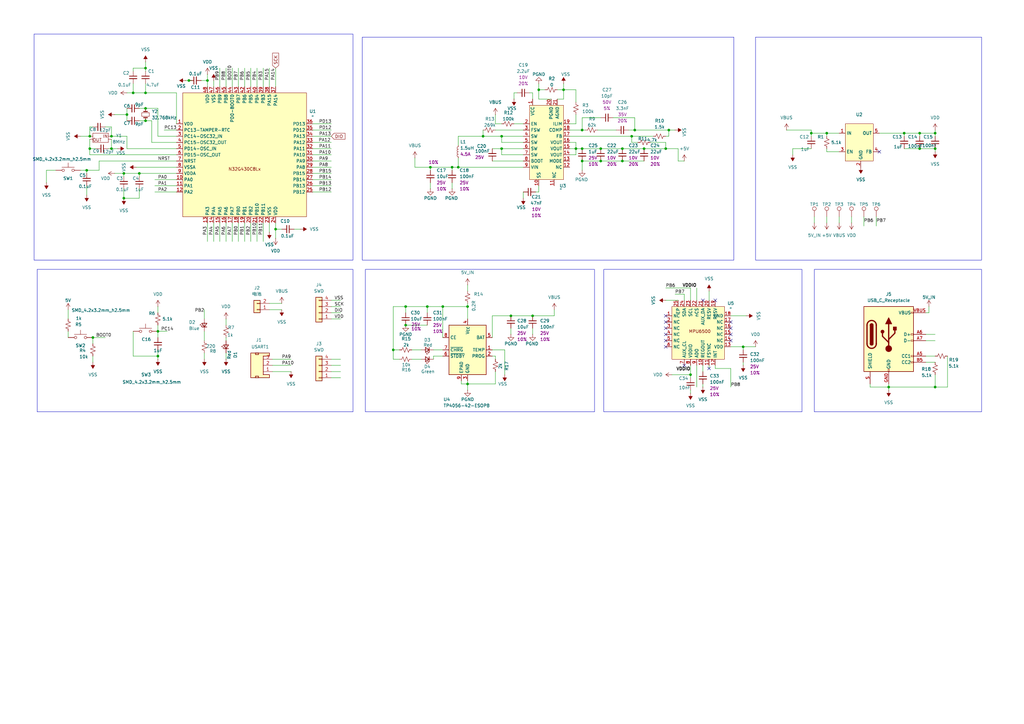
<source format=kicad_sch>
(kicad_sch (version 20250114) (generator "eeschema") (generator_version "9.0")
  (paper "A3")
  (rectangle (start 309.88 15.24) (end 402.59 106.68))
  (rectangle (start 334.01 110.49) (end 402.59 168.91))
  (rectangle (start 149.86 110.49) (end 243.84 168.91))
  (rectangle (start 247.65 110.49) (end 328.93 168.91))
  (rectangle (start 148.59 15.24) (end 300.99 106.68))
  (rectangle (start 15.24 110.49) (end 144.78 168.91))
  (rectangle (start 13.97 13.97) (end 144.78 106.68))
  (junction (at 36.83 60.96))
  (junction (at 161.29 143.51))
  (junction (at 59.69 27.94))
  (junction (at 198.12 55.88))
  (junction (at 54.61 38.1))
  (junction (at 52.07 46.99))
  (junction (at 274.32 53.34))
  (junction (at 383.54 54.61))
  (junction (at 370.84 54.61))
  (junction (at 238.76 60.96))
  (junction (at 220.98 36.83))
  (junction (at 339.09 54.61))
  (junction (at 113.03 93.98))
  (junction (at 236.22 60.96))
  (junction (at 59.69 38.1))
  (junction (at 191.77 125.73))
  (junction (at 45.72 55.88))
  (junction (at 50.8 71.12))
  (junction (at 255.27 60.96))
  (junction (at 35.56 69.85))
  (junction (at 45.72 60.96))
  (junction (at 264.16 60.96))
  (junction (at 238.76 66.04))
  (junction (at 175.26 125.73))
  (junction (at 383.54 158.75))
  (junction (at 246.38 66.04))
  (junction (at 187.96 68.58))
  (junction (at 273.05 60.96))
  (junction (at 166.37 125.73))
  (junction (at 59.69 49.53))
  (junction (at 377.19 60.96))
  (junction (at 181.61 125.73))
  (junction (at 255.27 66.04))
  (junction (at 259.08 55.88))
  (junction (at 218.44 129.54))
  (junction (at 36.83 55.88))
  (junction (at 205.74 60.96))
  (junction (at 238.76 53.34))
  (junction (at 166.37 133.35))
  (junction (at 191.77 157.48))
  (junction (at 176.53 68.58))
  (junction (at 64.77 146.05))
  (junction (at 38.1 138.43))
  (junction (at 185.42 68.58))
  (junction (at 77.47 33.02))
  (junction (at 50.8 81.28))
  (junction (at 383.54 60.96))
  (junction (at 209.55 129.54))
  (junction (at 231.14 36.83))
  (junction (at 59.69 44.45))
  (junction (at 304.8 142.24))
  (junction (at 332.74 54.61))
  (junction (at 246.38 60.96))
  (junction (at 377.19 54.61))
  (junction (at 57.15 71.12))
  (junction (at 283.21 153.67))
  (junction (at 85.09 33.02))
  (junction (at 364.49 158.75))
  (junction (at 64.77 135.89))
  (junction (at 205.74 55.88))
  (junction (at 260.35 53.34))
  (no_connect (at 299.72 137.16))
  (no_connect (at 273.05 142.24))
  (no_connect (at 273.05 129.54))
  (no_connect (at 280.67 149.86))
  (no_connect (at 273.05 132.08))
  (no_connect (at 273.05 134.62))
  (no_connect (at 273.05 137.16))
  (no_connect (at 360.68 62.23))
  (no_connect (at 273.05 139.7))
  (no_connect (at 288.29 123.19))
  (no_connect (at 293.37 123.19))
  (no_connect (at 299.72 132.08))
  (no_connect (at 290.83 151.13))
  (no_connect (at 299.72 134.62))
  (no_connect (at 299.72 139.7))
  (wire (pts (xy 176.53 77.47) (xy 176.53 74.93)))
  (wire (pts (xy 44.45 60.96) (xy 45.72 60.96)))
  (wire (pts (xy 187.96 55.88) (xy 198.12 55.88)))
  (wire (pts (xy 290.83 119.38) (xy 290.83 123.19)))
  (wire (pts (xy 97.79 35.56) (xy 97.79 27.94)))
  (wire (pts (xy 285.75 149.86) (xy 285.75 158.75)))
  (wire (pts (xy 260.35 53.34) (xy 274.32 53.34)))
  (wire (pts (xy 259.08 55.88) (xy 267.97 55.88)))
  (wire (pts (xy 92.71 130.81) (xy 92.71 133.35)))
  (wire (pts (xy 27.94 135.89) (xy 27.94 138.43)))
  (wire (pts (xy 203.2 157.48) (xy 191.77 157.48)))
  (wire (pts (xy 231.14 36.83) (xy 231.14 40.64)))
  (wire (pts (xy 370.84 60.96) (xy 377.19 60.96)))
  (wire (pts (xy 191.77 156.21) (xy 191.77 157.48)))
  (wire (pts (xy 383.54 55.88) (xy 383.54 54.61)))
  (wire (pts (xy 379.73 137.16) (xy 383.54 137.16)))
  (wire (pts (xy 40.64 69.85) (xy 35.56 69.85)))
  (wire (pts (xy 275.59 153.67) (xy 283.21 153.67)))
  (wire (pts (xy 175.26 125.73) (xy 175.26 128.27)))
  (wire (pts (xy 111.76 147.32) (xy 119.38 147.32)))
  (wire (pts (xy 218.44 38.1) (xy 218.44 40.64)))
  (wire (pts (xy 36.83 52.07) (xy 36.83 55.88)))
  (wire (pts (xy 128.27 50.8) (xy 135.89 50.8)))
  (wire (pts (xy 135.89 154.94) (xy 139.7 154.94)))
  (wire (pts (xy 383.54 62.23) (xy 383.54 60.96)))
  (wire (pts (xy 87.63 33.02) (xy 87.63 35.56)))
  (wire (pts (xy 92.71 35.56) (xy 92.71 27.94)))
  (wire (pts (xy 220.98 36.83) (xy 220.98 40.64)))
  (wire (pts (xy 278.13 60.96) (xy 273.05 60.96)))
  (wire (pts (xy 233.68 58.42) (xy 236.22 58.42)))
  (wire (pts (xy 299.72 142.24) (xy 304.8 142.24)))
  (wire (pts (xy 177.8 146.05) (xy 177.8 147.32)))
  (wire (pts (xy 166.37 125.73) (xy 166.37 128.27)))
  (wire (pts (xy 72.39 58.42) (xy 62.23 58.42)))
  (wire (pts (xy 161.29 125.73) (xy 166.37 125.73)))
  (wire (pts (xy 45.72 52.07) (xy 45.72 55.88)))
  (wire (pts (xy 36.83 57.15) (xy 36.83 60.96)))
  (wire (pts (xy 377.19 60.96) (xy 383.54 60.96)))
  (wire (pts (xy 35.56 69.85) (xy 35.56 71.12)))
  (wire (pts (xy 100.33 99.06) (xy 100.33 91.44)))
  (wire (pts (xy 273.05 123.19) (xy 278.13 123.19)))
  (wire (pts (xy 72.39 38.1) (xy 72.39 50.8)))
  (wire (pts (xy 54.61 135.89) (xy 54.61 146.05)))
  (wire (pts (xy 52.07 55.88) (xy 45.72 55.88)))
  (wire (pts (xy 304.8 143.51) (xy 304.8 142.24)))
  (wire (pts (xy 236.22 60.96) (xy 238.76 60.96)))
  (wire (pts (xy 57.15 81.28) (xy 50.8 81.28)))
  (wire (pts (xy 339.09 88.9) (xy 339.09 91.44)))
  (wire (pts (xy 354.33 88.9) (xy 354.33 92.71)))
  (wire (pts (xy 283.21 149.86) (xy 283.21 153.67)))
  (wire (pts (xy 228.6 36.83) (xy 231.14 36.83)))
  (wire (pts (xy 63.5 73.66) (xy 72.39 73.66)))
  (wire (pts (xy 383.54 153.67) (xy 383.54 158.75)))
  (wire (pts (xy 38.1 138.43) (xy 38.1 140.97)))
  (wire (pts (xy 128.27 58.42) (xy 135.89 58.42)))
  (wire (pts (xy 227.33 127) (xy 227.33 129.54)))
  (wire (pts (xy 220.98 40.64) (xy 226.06 40.64)))
  (wire (pts (xy 259.08 58.42) (xy 259.08 55.88)))
  (wire (pts (xy 110.49 127) (xy 115.57 127)))
  (wire (pts (xy 379.73 148.59) (xy 383.54 148.59)))
  (wire (pts (xy 27.94 127) (xy 27.94 130.81)))
  (wire (pts (xy 128.27 55.88) (xy 135.89 55.88)))
  (wire (pts (xy 290.83 149.86) (xy 290.83 151.13)))
  (wire (pts (xy 87.63 99.06) (xy 87.63 91.44)))
  (wire (pts (xy 59.69 38.1) (xy 72.39 38.1)))
  (wire (pts (xy 92.71 99.06) (xy 92.71 91.44)))
  (wire (pts (xy 274.32 55.88) (xy 274.32 53.34)))
  (wire (pts (xy 63.5 76.2) (xy 72.39 76.2)))
  (wire (pts (xy 203.2 53.34) (xy 214.63 53.34)))
  (wire (pts (xy 62.23 58.42) (xy 62.23 49.53)))
  (wire (pts (xy 120.65 93.98) (xy 123.19 93.98)))
  (wire (pts (xy 19.05 69.85) (xy 19.05 74.93)))
  (wire (pts (xy 55.88 68.58) (xy 72.39 68.58)))
  (wire (pts (xy 383.54 53.34) (xy 383.54 54.61)))
  (wire (pts (xy 135.89 125.73) (xy 139.7 125.73)))
  (wire (pts (xy 187.96 59.69) (xy 187.96 55.88)))
  (wire (pts (xy 339.09 55.88) (xy 339.09 54.61)))
  (wire (pts (xy 251.46 48.26) (xy 260.35 48.26)))
  (wire (pts (xy 46.99 71.12) (xy 50.8 71.12)))
  (wire (pts (xy 201.93 143.51) (xy 207.01 143.51)))
  (wire (pts (xy 383.54 158.75) (xy 364.49 158.75)))
  (wire (pts (xy 332.74 55.88) (xy 332.74 54.61)))
  (wire (pts (xy 168.91 147.32) (xy 172.72 147.32)))
  (wire (pts (xy 280.67 123.19) (xy 280.67 120.65)))
  (wire (pts (xy 59.69 25.4) (xy 59.69 27.94)))
  (wire (pts (xy 111.76 152.4) (xy 119.38 152.4)))
  (wire (pts (xy 36.83 63.5) (xy 72.39 63.5)))
  (wire (pts (xy 257.81 53.34) (xy 260.35 53.34)))
  (wire (pts (xy 332.74 60.96) (xy 325.12 60.96)))
  (wire (pts (xy 92.71 138.43) (xy 92.71 139.7)))
  (wire (pts (xy 299.72 151.13) (xy 293.37 151.13)))
  (wire (pts (xy 189.23 156.21) (xy 189.23 157.48)))
  (wire (pts (xy 83.82 139.7) (xy 83.82 135.89)))
  (wire (pts (xy 220.98 76.2) (xy 220.98 78.74)))
  (wire (pts (xy 46.99 46.99) (xy 52.07 46.99)))
  (wire (pts (xy 181.61 146.05) (xy 177.8 146.05)))
  (wire (pts (xy 92.71 144.78) (xy 92.71 147.32)))
  (wire (pts (xy 261.62 58.42) (xy 259.08 58.42)))
  (wire (pts (xy 85.09 33.02) (xy 85.09 35.56)))
  (wire (pts (xy 110.49 124.46) (xy 115.57 124.46)))
  (wire (pts (xy 113.03 93.98) (xy 113.03 97.79)))
  (wire (pts (xy 54.61 146.05) (xy 64.77 146.05)))
  (wire (pts (xy 187.96 64.77) (xy 187.96 68.58)))
  (wire (pts (xy 293.37 151.13) (xy 293.37 149.86)))
  (wire (pts (xy 238.76 60.96) (xy 246.38 60.96)))
  (wire (pts (xy 231.14 34.29) (xy 231.14 36.83)))
  (wire (pts (xy 110.49 91.44) (xy 110.49 95.25)))
  (wire (pts (xy 64.77 146.05) (xy 64.77 147.32)))
  (wire (pts (xy 128.27 60.96) (xy 135.89 60.96)))
  (wire (pts (xy 299.72 151.13) (xy 299.72 158.75)))
  (wire (pts (xy 111.76 149.86) (xy 119.38 149.86)))
  (wire (pts (xy 100.33 35.56) (xy 100.33 27.94)))
  (wire (pts (xy 113.03 93.98) (xy 115.57 93.98)))
  (wire (pts (xy 236.22 58.42) (xy 236.22 60.96)))
  (wire (pts (xy 185.42 68.58) (xy 185.42 69.85)))
  (wire (pts (xy 201.93 129.54) (xy 201.93 138.43)))
  (wire (pts (xy 90.17 99.06) (xy 90.17 91.44)))
  (wire (pts (xy 246.38 48.26) (xy 238.76 48.26)))
  (wire (pts (xy 233.68 60.96) (xy 236.22 60.96)))
  (wire (pts (xy 64.77 44.45) (xy 59.69 44.45)))
  (wire (pts (xy 105.41 35.56) (xy 105.41 27.94)))
  (wire (pts (xy 33.02 55.88) (xy 36.83 55.88)))
  (wire (pts (xy 33.02 69.85) (xy 35.56 69.85)))
  (wire (pts (xy 82.55 33.02) (xy 85.09 33.02)))
  (wire (pts (xy 189.23 157.48) (xy 191.77 157.48)))
  (wire (pts (xy 181.61 125.73) (xy 191.77 125.73)))
  (wire (pts (xy 128.27 53.34) (xy 135.89 53.34)))
  (wire (pts (xy 214.63 58.42) (xy 205.74 58.42)))
  (wire (pts (xy 54.61 34.29) (xy 54.61 38.1)))
  (wire (pts (xy 128.27 68.58) (xy 135.89 68.58)))
  (wire (pts (xy 209.55 137.16) (xy 209.55 134.62)))
  (wire (pts (xy 236.22 36.83) (xy 231.14 36.83)))
  (wire (pts (xy 135.89 130.81) (xy 139.7 130.81)))
  (wire (pts (xy 36.83 60.96) (xy 39.37 60.96)))
  (wire (pts (xy 64.77 135.89) (xy 68.58 135.89)))
  (wire (pts (xy 135.89 123.19) (xy 139.7 123.19)))
  (wire (pts (xy 377.19 54.61) (xy 383.54 54.61)))
  (wire (pts (xy 54.61 38.1) (xy 59.69 38.1)))
  (wire (pts (xy 177.8 143.51) (xy 181.61 143.51)))
  (wire (pts (xy 38.1 52.07) (xy 36.83 52.07)))
  (wire (pts (xy 201.93 66.04) (xy 214.63 66.04)))
  (wire (pts (xy 59.69 27.94) (xy 59.69 29.21)))
  (wire (pts (xy 233.68 55.88) (xy 259.08 55.88)))
  (wire (pts (xy 356.87 158.75) (xy 364.49 158.75)))
  (wire (pts (xy 105.41 99.06) (xy 105.41 91.44)))
  (wire (pts (xy 379.73 139.7) (xy 383.54 139.7)))
  (wire (pts (xy 322.58 53.34) (xy 332.74 53.34)))
  (wire (pts (xy 198.12 55.88) (xy 205.74 55.88)))
  (wire (pts (xy 201.93 146.05) (xy 203.2 146.05)))
  (wire (pts (xy 283.21 153.67) (xy 283.21 154.94)))
  (wire (pts (xy 52.07 60.96) (xy 52.07 55.88)))
  (wire (pts (xy 50.8 71.12) (xy 57.15 71.12)))
  (wire (pts (xy 185.42 68.58) (xy 187.96 68.58)))
  (wire (pts (xy 325.12 60.96) (xy 325.12 63.5)))
  (wire (pts (xy 128.27 73.66) (xy 135.89 73.66)))
  (wire (pts (xy 191.77 157.48) (xy 191.77 160.02)))
  (wire (pts (xy 212.09 38.1) (xy 210.82 38.1)))
  (wire (pts (xy 110.49 27.94) (xy 110.49 35.56)))
  (wire (pts (xy 45.72 60.96) (xy 45.72 57.15)))
  (wire (pts (xy 360.68 54.61) (xy 370.84 54.61)))
  (wire (pts (xy 274.32 53.34) (xy 276.86 53.34)))
  (wire (pts (xy 273.05 60.96) (xy 264.16 60.96)))
  (wire (pts (xy 266.7 58.42) (xy 273.05 58.42)))
  (wire (pts (xy 22.86 69.85) (xy 19.05 69.85)))
  (wire (pts (xy 83.82 147.32) (xy 83.82 144.78)))
  (wire (pts (xy 273.05 58.42) (xy 273.05 60.96)))
  (wire (pts (xy 83.82 130.81) (xy 83.82 127)))
  (wire (pts (xy 52.07 38.1) (xy 54.61 38.1)))
  (wire (pts (xy 364.49 160.02) (xy 364.49 158.75)))
  (wire (pts (xy 231.14 40.64) (xy 228.6 40.64)))
  (wire (pts (xy 246.38 66.04) (xy 255.27 66.04)))
  (wire (pts (xy 38.1 146.05) (xy 38.1 148.59)))
  (wire (pts (xy 205.74 55.88) (xy 214.63 55.88)))
  (wire (pts (xy 205.74 60.96) (xy 201.93 60.96)))
  (wire (pts (xy 205.74 60.96) (xy 214.63 60.96)))
  (wire (pts (xy 62.23 49.53) (xy 59.69 49.53)))
  (wire (pts (xy 339.09 54.61) (xy 344.17 54.61)))
  (wire (pts (xy 332.74 54.61) (xy 339.09 54.61)))
  (wire (pts (xy 64.77 125.73) (xy 64.77 128.27)))
  (wire (pts (xy 63.5 78.74) (xy 72.39 78.74)))
  (wire (pts (xy 214.63 63.5) (xy 205.74 63.5)))
  (wire (pts (xy 97.79 99.06) (xy 97.79 91.44)))
  (wire (pts (xy 283.21 160.02) (xy 283.21 161.29)))
  (wire (pts (xy 359.41 88.9) (xy 359.41 92.71)))
  (wire (pts (xy 135.89 152.4) (xy 139.7 152.4)))
  (wire (pts (xy 43.18 52.07) (xy 45.72 52.07)))
  (wire (pts (xy 57.15 49.53) (xy 59.69 49.53)))
  (wire (pts (xy 288.29 149.86) (xy 288.29 152.4)))
  (wire (pts (xy 218.44 134.62) (xy 218.44 137.16)))
  (wire (pts (xy 238.76 48.26) (xy 238.76 53.34)))
  (wire (pts (xy 388.62 158.75) (xy 383.54 158.75)))
  (wire (pts (xy 90.17 35.56) (xy 90.17 27.94)))
  (wire (pts (xy 210.82 38.1) (xy 210.82 40.64)))
  (wire (pts (xy 233.68 63.5) (xy 236.22 63.5)))
  (wire (pts (xy 176.53 68.58) (xy 176.53 69.85)))
  (wire (pts (xy 135.89 149.86) (xy 139.7 149.86)))
  (wire (pts (xy 40.64 66.04) (xy 40.64 69.85)))
  (wire (pts (xy 57.15 77.47) (xy 57.15 81.28)))
  (wire (pts (xy 233.68 53.34) (xy 238.76 53.34)))
  (wire (pts (xy 72.39 55.88) (xy 64.77 55.88)))
  (wire (pts (xy 113.03 27.94) (xy 113.03 35.56)))
  (wire (pts (xy 236.22 50.8) (xy 236.22 46.99)))
  (wire (pts (xy 50.8 72.39) (xy 50.8 71.12)))
  (wire (pts (xy 356.87 157.48) (xy 356.87 158.75)))
  (wire (pts (xy 334.01 88.9) (xy 334.01 91.44)))
  (wire (pts (xy 64.77 55.88) (xy 64.77 44.45)))
  (wire (pts (xy 38.1 138.43) (xy 43.18 138.43)))
  (wire (pts (xy 64.77 133.35) (xy 64.77 135.89)))
  (wire (pts (xy 85.09 99.06) (xy 85.09 91.44)))
  (wire (pts (xy 299.72 129.54) (xy 306.07 129.54)))
  (wire (pts (xy 220.98 36.83) (xy 223.52 36.83)))
  (wire (pts (xy 379.73 146.05) (xy 383.54 146.05)))
  (wire (pts (xy 85.09 30.48) (xy 85.09 33.02)))
  (wire (pts (xy 161.29 143.51) (xy 161.29 125.73)))
  (wire (pts (xy 238.76 53.34) (xy 240.03 53.34)))
  (wire (pts (xy 54.61 27.94) (xy 59.69 27.94)))
  (wire (pts (xy 377.19 55.88) (xy 377.19 54.61)))
  (wire (pts (xy 191.77 125.73) (xy 191.77 130.81)))
  (wire (pts (xy 205.74 58.42) (xy 205.74 55.88)))
  (wire (pts (xy 128.27 78.74) (xy 135.89 78.74)))
  (wire (pts (xy 377.19 54.61) (xy 370.84 54.61)))
  (wire (pts (xy 220.98 34.29) (xy 220.98 36.83)))
  (wire (pts (xy 64.77 143.51) (xy 64.77 146.05)))
  (wire (pts (xy 35.56 76.2) (xy 35.56 80.01)))
  (wire (pts (xy 238.76 66.04) (xy 246.38 66.04)))
  (wire (pts (xy 236.22 63.5) (xy 236.22 60.96)))
  (wire (pts (xy 236.22 41.91) (xy 236.22 36.83)))
  (wire (pts (xy 135.89 128.27) (xy 139.7 128.27)))
  (wire (pts (xy 201.93 129.54) (xy 209.55 129.54)))
  (wire (pts (xy 203.2 46.99) (xy 203.2 50.8)))
  (wire (pts (xy 128.27 63.5) (xy 135.89 63.5)))
  (wire (pts (xy 64.77 135.89) (xy 64.77 138.43)))
  (wire (pts (xy 175.26 125.73) (xy 181.61 125.73)))
  (wire (pts (xy 36.83 60.96) (xy 36.83 63.5)))
  (wire (pts (xy 283.21 118.11) (xy 283.21 123.19)))
  (wire (pts (xy 187.96 68.58) (xy 214.63 68.58)))
  (wire (pts (xy 161.29 143.51) (xy 163.83 143.51)))
  (wire (pts (xy 217.17 38.1) (xy 218.44 38.1)))
  (wire (pts (xy 210.82 50.8) (xy 214.63 50.8)))
  (wire (pts (xy 67.31 53.34) (xy 72.39 53.34)))
  (wire (pts (xy 238.76 66.04) (xy 238.76 69.85)))
  (wire (pts (xy 128.27 71.12) (xy 135.89 71.12)))
  (wire (pts (xy 339.09 62.23) (xy 339.09 60.96)))
  (wire (pts (xy 161.29 147.32) (xy 163.83 147.32)))
  (wire (pts (xy 59.69 34.29) (xy 59.69 38.1)))
  (wire (pts (xy 285.75 118.11) (xy 285.75 123.19)))
  (wire (pts (xy 198.12 55.88) (xy 198.12 53.34)))
  (wire (pts (xy 349.25 88.9) (xy 349.25 91.44)))
  (wire (pts (xy 278.13 66.04) (xy 280.67 66.04)))
  (wire (pts (xy 113.03 91.44) (xy 113.03 93.98)))
  (wire (pts (xy 102.87 99.06) (xy 102.87 91.44)))
  (wire (pts (xy 381 128.27) (xy 381 125.73)))
  (wire (pts (xy 191.77 124.46) (xy 191.77 125.73)))
  (wire (pts (xy 128.27 76.2) (xy 135.89 76.2)))
  (wire (pts (xy 72.39 60.96) (xy 52.07 60.96)))
  (wire (pts (xy 170.18 68.58) (xy 176.53 68.58)))
  (wire (pts (xy 107.95 35.56) (xy 107.95 27.94)))
  (wire (pts (xy 203.2 50.8) (xy 205.74 50.8)))
  (wire (pts (xy 52.07 44.45) (xy 52.07 46.99)))
  (wire (pts (xy 76.2 33.02) (xy 77.47 33.02)))
  (wire (pts (xy 304.8 142.24) (xy 309.88 142.24)))
  (wire (pts (xy 214.63 81.28) (xy 214.63 78.74)))
  (wire (pts (xy 278.13 66.04) (xy 278.13 60.96)))
  (wire (pts (xy 135.89 147.32) (xy 139.7 147.32)))
  (wire (pts (xy 191.77 116.84) (xy 191.77 119.38)))
  (wire (pts (xy 176.53 68.58) (xy 185.42 68.58)))
  (wire (pts (xy 45.72 60.96) (xy 48.26 60.96)))
  (wire (pts (xy 220.98 78.74) (xy 219.71 78.74)))
  (wire (pts (xy 107.95 99.06) (xy 107.95 91.44)))
  (wire (pts (xy 57.15 71.12) (xy 72.39 71.12)))
  (wire (pts (xy 185.42 74.93) (xy 185.42 77.47)))
  (wire (pts (xy 388.62 146.05) (xy 388.62 158.75)))
  (wire (pts (xy 364.49 158.75) (xy 364.49 157.48)))
  (wire (pts (xy 288.29 157.48) (xy 288.29 158.75)))
  (wire (pts (xy 102.87 35.56) (xy 102.87 27.94)))
  (wire (pts (xy 54.61 29.21) (xy 54.61 27.94)))
  (wire (pts (xy 95.25 35.56) (xy 95.25 27.94)))
  (wire (pts (xy 260.35 48.26) (xy 260.35 53.34)))
  (wire (pts (xy 166.37 125.73) (xy 175.26 125.73)))
  (wire (pts (xy 246.38 60.96) (xy 255.27 60.96)))
  (wire (pts (xy 370.84 54.61) (xy 370.84 55.88)))
  (wire (pts (xy 95.25 99.06) (xy 95.25 91.44)))
  (wire (pts (xy 304.8 148.59) (xy 304.8 149.86)))
  (wire (pts (xy 166.37 133.35) (xy 175.26 133.35)))
  (wire (pts (xy 209.55 129.54) (xy 218.44 129.54)))
  (wire (pts (xy 273.05 118.11) (xy 283.21 118.11)))
  (wire (pts (xy 255.27 66.04) (xy 264.16 66.04)))
  (wire (pts (xy 332.74 53.34) (xy 332.74 54.61)))
  (wire (pts (xy 161.29 147.32) (xy 161.29 143.51)))
  (wire (pts (xy 128.27 66.04) (xy 135.89 66.04)))
  (wire (pts (xy 170.18 64.77) (xy 170.18 68.58)))
  (wire (pts (xy 344.17 88.9) (xy 344.17 91.44)))
  (wire (pts (xy 207.01 143.51) (xy 207.01 153.67)))
  (wire (pts (xy 273.05 55.88) (xy 274.32 55.88)))
  (wire (pts (xy 344.17 62.23) (xy 339.09 62.23)))
  (wire (pts (xy 276.86 120.65) (xy 280.67 120.65)))
  (wire (pts (xy 203.2 146.05) (xy 203.2 147.32)))
  (wire (pts (xy 233.68 50.8) (xy 236.22 50.8)))
  (wire (pts (xy 255.27 60.96) (xy 264.16 60.96)))
  (wire (pts (xy 245.11 53.34) (xy 252.73 53.34)))
  (wire (pts (xy 78.74 33.02) (xy 77.47 33.02)))
  (wire (pts (xy 72.39 66.04) (xy 40.64 66.04)))
  (wire (pts (xy 50.8 77.47) (xy 50.8 81.28)))
  (wire (pts (xy 379.73 128.27) (xy 381 128.27)))
  (wire (pts (xy 203.2 152.4) (xy 203.2 157.48)))
  (wire (pts (xy 218.44 129.54) (xy 227.33 129.54)))
  (wire (pts (xy 181.61 125.73) (xy 181.61 138.43)))
  (wire (pts (xy 168.91 143.51) (xy 172.72 143.51)))
  (wire (pts (xy 57.15 44.45) (xy 59.69 44.45)))
  (wire (pts (xy 57.15 71.12) (xy 57.15 72.39)))
  (wire (pts (xy 205.74 63.5) (xy 205.74 60.96)))
  (wire (pts (xy 52.07 46.99) (xy 52.07 49.53)))
  (label "PA8" (at 130.81 68.58 0))
  (label "PC13" (at 67.31 53.34 0))
  (label "NRST" (at 64.77 66.04 0))
  (label "PA4" (at 87.63 96.52 90))
  (label "PB15" (at 130.81 71.12 0))
  (label "VDD" (at 137.16 130.81 0))
  (label "PB12" (at 130.81 78.74 0))
  (label "PB9" (at 90.17 33.02 90))
  (label "VDDIO" (at 285.75 118.11 180) (effects (font (thickness 0.254) (bold yes))))
  (label "PB2" (at 102.87 96.5382 90))
  (label "PD12" (at 130.81 53.34 0))
  (label "PD13" (at 130.81 50.8 0))
  (label "PB8" (at 92.71 33.02 90))
  (label "PB8" (at 299.72 158.75 0) (effects (font (thickness 0.1588))))
  (label "PA9" (at 115.57 147.32 0))
  (label "PA6" (at 92.71 96.52 90))
  (label "PB13" (at 130.81 76.2 0))
  (label "PA3" (at 85.09 96.52 90))
  (label "PA14" (at 113.03 32.9851 90))
  (label "VDDIO" (at 283.21 152.4 180) (effects (font (thickness 0.254) (bold yes))))
  (label "PB6" (at 354.33 91.44 0) (effects (font (thickness 0.1588))))
  (label "PA9" (at 130.81 66.04 0))
  (label "PA11" (at 130.81 60.96 0))
  (label "PA7" (at 95.25 96.52 90))
  (label "PB4" (at 105.41 33.02 90))
  (label "VSS" (at 137.16 123.19 0))
  (label "PB0" (at 97.79 96.52 90))
  (label "PB2" (at 83.82 128.27 180))
  (label "PA15" (at 110.49 32.9851 90))
  (label "BOOT0" (at 39.37 138.43 0))
  (label "PA10" (at 115.57 149.86 0))
  (label "PA2" (at 64.77 78.74 0))
  (label "PB14" (at 130.81 73.66 0))
  (label "PB3" (at 107.95 33.0139 90))
  (label "PA13" (at 130.81 55.88 0))
  (label "PB5" (at 102.87 33.0139 90))
  (label "PB7" (at 276.86 120.65 0) (effects (font (thickness 0.1588))))
  (label "PB6" (at 100.33 33.02 90))
  (label "PB11" (at 107.95 96.4085 90))
  (label "PC14" (at 66.04 135.89 0))
  (label "PB7" (at 359.41 91.44 0) (effects (font (thickness 0.1588))))
  (label "DIO" (at 137.16 128.27 0))
  (label "PA10" (at 130.81 63.5 0))
  (label "PA12" (at 130.6324 58.42 0))
  (label "PB7" (at 97.79 33.02 90))
  (label "PA1" (at 64.77 76.2 0))
  (label "PB1" (at 100.33 96.495 90))
  (label "BOOT0" (at 95.25 33.02 90))
  (label "SCK" (at 137.16 125.73 0))
  (label "PA0" (at 64.77 73.66 0))
  (label "PA5" (at 90.17 96.4517 90))
  (label "PB6" (at 273.05 118.11 0) (effects (font (thickness 0.1588))))
  (label "PB10" (at 105.41 96.4085 90))
  (global_label "SCK" (shape input) (at 113.03 27.94 90) (property "Intersheetrefs" "${INTERSHEET_REFS}" (effects (hide yes))))
  (global_label "DIO" (shape input) (at 135.89 55.88 0) (property "Intersheetrefs" "${INTERSHEET_REFS}" (effects (hide yes))))
  (symbol (lib_id "SparkFun-Capacitor:10uF_0805_25V_10%") (at 304.8 146.05 0) (unit 1)
    (property "Reference" "C32" (at 307.594 145.288 0) (effects (justify left)))
    (property "Value" "100nF" (at 307.594 147.828 0) (effects (justify left)))
    (property "Footprint" "SparkFun-Capacitor:C_0805_2012Metric" (effects (hide yes)))
    (property "Datasheet" "https://mm.digikey.com/Volume0/opasdata/d220001/medias/docus/4888/TMK212BBJ106KG-T_SS.pdf" (effects (hide yes)))
    (property "Description" "Unpolarized capacitor" (effects (hide yes)))
    (property "PROD_ID" "CAP-14259" (effects (hide yes)))
    (property "Voltage" "25V" (at 307.594 150.368 0) (effects (justify left)))
    (property "Tolerance" "10%" (at 307.594 152.908 0) (effects (justify left)))
  )
  (symbol (lib_id "SparkFun-Capacitor:0.1uF_0603_25V_20%") (at 118.11 93.98 270) (unit 1)
    (property "Reference" "C10" (at 118.872 90.678 90) (effects (justify right)))
    (property "Value" "0.1uF" (at 120.65 96.774 90) (effects (justify right)))
    (property "Footprint" "SparkFun-Capacitor:C_0603_1608Metric" (effects (hide yes)))
    (property "Datasheet" "https://cdn.sparkfun.com/assets/8/a/4/a/5/Kemet_Capacitor_Datasheet.pdf" (effects (hide yes)))
    (property "Description" "Unpolarized capacitor" (effects (hide yes)))
    (property "PROD_ID" "CAP-00810" (effects (hide yes)))
    (property "Voltage" "25V" (effects (hide yes)))
    (property "Tolerance" "20%" (effects (hide yes)))
  )
  (symbol (lib_id "power:GND") (at 209.55 137.16 0) (unit 1)
    (property "Reference" "#PWR044" (effects (hide yes)))
    (property "Value" "PGND" (at 209.55 140.97 0))
    (property "Description" "Power symbol creates a global label with name \"GND\" , ground" (effects (hide yes)))
  )
  (symbol (lib_id "power:GND") (at 185.42 77.47 0) (unit 1)
    (property "Reference" "#PWR031" (effects (hide yes)))
    (property "Value" "PGND" (at 185.166 81.28 0))
    (property "Description" "Power symbol creates a global label with name \"GND\" , ground" (effects (hide yes)))
  )
  (symbol (lib_id "power:VSS") (at 123.19 93.98 270) (unit 1)
    (property "Reference" "#PWR05" (effects (hide yes)))
    (property "Value" "VSS" (at 127 93.9799 90) (effects (justify left)))
    (property "Description" "Power symbol creates a global label with name \"VSS\"" (effects (hide yes)))
  )
  (symbol (lib_id "SparkFun-Capacitor:10uF_0805_25V_10%") (at 201.93 63.5 180) (unit 1)
    (property "Reference" "C20" (at 195.58 59.944 0) (effects (justify right)))
    (property "Value" "100nF" (at 194.818 61.976 0) (effects (justify right)))
    (property "Footprint" "SparkFun-Capacitor:C_0805_2012Metric" (effects (hide yes)))
    (property "Datasheet" "https://mm.digikey.com/Volume0/opasdata/d220001/medias/docus/4888/TMK212BBJ106KG-T_SS.pdf" (effects (hide yes)))
    (property "Description" "Unpolarized capacitor" (effects (hide yes)))
    (property "PROD_ID" "CAP-14259" (effects (hide yes)))
    (property "Voltage" "25V" (at 194.818 64.516 0) (effects (justify right)))
    (property "Tolerance" "10%" (at 175.768 66.548 0) (effects (justify right)))
  )
  (symbol (lib_id "SparkFun-Clock:Crystal_27.12MHz_3.2x2.5mm") (at 33.02 62.23 0) (unit 1)
    (property "Reference" "Y1" (at 48.768 55.626 0))
    (property "Value" "8MHz" (at 48.768 58.166 0))
    (property "Footprint" "SparkFun-Clock:Crystal_SMD_3.2x2.5mm" (effects (hide yes)))
    (property "Datasheet" "https://www.raltron.com/webproducts/specs/CRYSTAL/RH100-27.120-18-F-3030-EXT-TR.pdf" (effects (hide yes)))
    (property "Description" "Crystal" (effects (hide yes)))
    (property "PROD_ID" "XTAL-" (effects (hide yes)))
  )
  (symbol (lib_id "SparkFun-Capacitor:2.2uF_0603_10V_20%") (at 214.63 38.1 270) (unit 1)
    (property "Reference" "C19" (at 214.6236 26.67 90))
    (property "Value" "2.2uF" (at 214.6236 29.21 90))
    (property "Footprint" "SparkFun-Capacitor:C_0603_1608Metric" (effects (hide yes)))
    (property "Datasheet" "https://cdn.sparkfun.com/assets/8/a/4/a/5/Kemet_Capacitor_Datasheet.pdf" (effects (hide yes)))
    (property "Description" "Unpolarized capacitor" (effects (hide yes)))
    (property "PROD_ID" "CAP-07888" (effects (hide yes)))
    (property "Voltage" "10V" (at 214.6236 31.75 90))
    (property "Tolerance" "20%" (at 214.6236 34.29 90))
  )
  (symbol (lib_id "power:VSS") (at 87.63 33.02 0) (unit 1)
    (property "Reference" "#PWR01" (effects (hide yes)))
    (property "Value" "VSS" (at 87.63 27.94 0))
    (property "Description" "Power symbol creates a global label with name \"VSS\"" (effects (hide yes)))
  )
  (symbol (lib_id "power:VBUS") (at 170.18 64.77 0) (unit 1)
    (property "Reference" "#PWR017" (effects (hide yes)))
    (property "Value" "VBUS" (at 170.18 59.69 0))
    (property "Description" "Power symbol creates a global label with name \"VBUS\"" (effects (hide yes)))
  )
  (symbol (lib_id "SparkFun-Resistor:5.1k_0603") (at 386.08 146.05 0) (unit 1)
    (property "Reference" "R19" (at 391.16 147.574 0))
    (property "Value" "5.1k" (at 391.16 150.114 0))
    (property "Footprint" "SparkFun-Resistor:R_0603_1608Metric" (effects (hide yes)))
    (property "Datasheet" "https://www.vishay.com/docs/20035/dcrcwe3.pdf" (effects (hide yes)))
    (property "Description" "Resistor" (effects (hide yes)))
    (property "PROD_ID" "RES-12083" (effects (hide yes)))
  )
  (symbol (lib_id "power:VSS") (at 210.82 40.64 180) (unit 1)
    (property "Reference" "#PWR032" (effects (hide yes)))
    (property "Value" "VSS" (at 211.836 44.45 0) (effects (justify left)))
    (property "Description" "Power symbol creates a global label with name \"VSS\"" (effects (hide yes)))
  )
  (symbol (lib_id "power:VSS") (at 276.86 53.34 270) (unit 1)
    (property "Reference" "#PWR038" (effects (hide yes)))
    (property "Value" "VSS" (at 280.67 52.324 0) (effects (justify left)))
    (property "Description" "Power symbol creates a global label with name \"VSS\"" (effects (hide yes)))
  )
  (symbol (lib_id "N32G430CBT7:N32G430CBT7") (at 74.93 38.1 0) (unit 1)
    (property "Reference" "U1" (at 128.27 45.6498 0))
    (property "Value" "~" (at 128.27 47.5549 0))
    (property "Footprint" "N32:QFP-48_8.35x8.35_Pitch0.5mm" (effects (hide yes)))
  )
  (symbol (lib_id "power:VSS") (at 306.07 129.54 270) (mirror x) (unit 1)
    (property "Reference" "#PWR056" (effects (hide yes)))
    (property "Value" "VSS" (at 311.15 129.54 0))
    (property "Description" "Power symbol creates a global label with name \"VSS\"" (effects (hide yes)))
  )
  (symbol (lib_id "power:GND") (at 238.76 69.85 0) (unit 1)
    (property "Reference" "#PWR037" (effects (hide yes)))
    (property "Value" "PGND" (at 238.506 73.66 0))
    (property "Description" "Power symbol creates a global label with name \"GND\" , ground" (effects (hide yes)))
  )
  (symbol (lib_id "BrookDawn_Library:TPS61088RHLR") (at 214.63 43.18 0) (unit 1)
    (property "Reference" "U3" (at 229.4733 76.2 0) (effects (justify left)))
    (property "Value" "~" (at 229.4733 77.47 0) (effects (justify left)))
    (property "Footprint" "BrookDawn_Library:TPS61088RHLR" (effects (hide yes)))
  )
  (symbol (lib_id "power:VSS") (at 48.26 60.96 270) (mirror x) (unit 1)
    (property "Reference" "#PWR015" (effects (hide yes)))
    (property "Value" "VSS" (at 49.53 62.738 90))
    (property "Description" "Power symbol creates a global label with name \"VSS\"" (effects (hide yes)))
  )
  (symbol (lib_id "Transistor_BJT:SGM2019") (at 346.71 50.8 0) (unit 1)
    (property "Reference" "U2" (at 352.425 46.99 0))
    (property "Footprint" "Power_BrookDawn:SGM2019" (effects (hide yes)))
  )
  (symbol (lib_id "power:GND") (at 218.44 137.16 0) (unit 1)
    (property "Reference" "#PWR045" (effects (hide yes)))
    (property "Value" "PGND" (at 218.186 140.97 0))
    (property "Description" "Power symbol creates a global label with name \"GND\" , ground" (effects (hide yes)))
  )
  (symbol (lib_id "power:VSS") (at 46.99 46.99 90) (mirror x) (unit 1)
    (property "Reference" "#PWR013" (effects (hide yes)))
    (property "Value" "VSS" (at 41.91 46.99 0))
    (property "Description" "Power symbol creates a global label with name \"VSS\"" (effects (hide yes)))
  )
  (symbol (lib_id "power:VDD") (at 85.09 30.48 0) (unit 1)
    (property "Reference" "#PWR02" (effects (hide yes)))
    (property "Value" "VDD" (at 85.09 25.4 0))
    (property "Description" "Power symbol creates a global label with name \"VDD\"" (effects (hide yes)))
  )
  (symbol (lib_id "power:VSS") (at 290.83 119.38 0) (mirror y) (unit 1)
    (property "Reference" "#PWR060" (effects (hide yes)))
    (property "Value" "VSS" (at 290.83 114.3 0))
    (property "Description" "Power symbol creates a global label with name \"VSS\"" (effects (hide yes)))
  )
  (symbol (lib_id "power:VSS") (at 38.1 148.59 180) (unit 1)
    (property "Reference" "#PWR024" (effects (hide yes)))
    (property "Value" "VSS" (at 38.1 153.67 0))
    (property "Description" "Power symbol creates a global label with name \"VSS\"" (effects (hide yes)))
  )
  (symbol (lib_id "power:VBUS") (at 227.33 127 0) (unit 1)
    (property "Reference" "#PWR046" (effects (hide yes)))
    (property "Value" "VBUS" (at 227.33 121.92 0))
    (property "Description" "Power symbol creates a global label with name \"VBUS\"" (effects (hide yes)))
  )
  (symbol (lib_id "SparkFun-Capacitor:22uF_0805_10V_20%") (at 246.38 63.5 0) (unit 1)
    (property "Reference" "C22" (at 248.92 59.6962 0) (effects (justify left)))
    (property "Value" "22uF" (at 248.92 62.2362 0) (effects (justify left)))
    (property "Footprint" "SparkFun-Capacitor:C_0805_2012Metric" (effects (hide yes)))
    (property "Datasheet" "https://cdn.sparkfun.com/assets/8/a/4/a/5/Kemet_Capacitor_Datasheet.pdf" (effects (hide yes)))
    (property "Description" "Unpolarized capacitor" (effects (hide yes)))
    (property "PROD_ID" "CAP-14973" (effects (hide yes)))
    (property "Voltage" "10V" (at 248.92 64.7762 0) (effects (justify left)))
    (property "Tolerance" "20%" (at 248.92 67.3162 0) (effects (justify left)))
  )
  (symbol (lib_id "power:VSS") (at 304.8 149.86 0) (mirror x) (unit 1)
    (property "Reference" "#PWR055" (effects (hide yes)))
    (property "Value" "VSS" (at 304.8 154.94 0))
    (property "Description" "Power symbol creates a global label with name \"VSS\"" (effects (hide yes)))
  )
  (symbol (lib_id "SparkFun-Switch:SPST_Push_SMD_4.2x3.2mm_h2.5mm") (at 59.69 135.89 0) (unit 1)
    (property "Reference" "SW3" (at 59.944 153.67 0))
    (property "Value" "SMD_4.2x3.2mm_h2.5mm" (at 62.23 156.718 0))
    (property "Footprint" "SparkFun-Switch:Push_SMD_4.2x3.2mm" (effects (hide yes)))
    (property "Datasheet" "https://www.ckswitches.com/media/3130/ck_rk_datasheet.pdf" (effects (hide yes)))
    (property "Description" "Single Pole Single Throw (SPST) switch" (effects (hide yes)))
    (property "PROD_ID" "SWCH-21771" (effects (hide yes)))
  )
  (symbol (lib_id "SparkFun-Resistor:0_0603") (at 203.2 149.86 270) (unit 1)
    (property "Reference" "R17" (at 207.772 150.114 0))
    (property "Value" "2k" (at 205.232 150.114 0))
    (property "Footprint" "SparkFun-Resistor:R_0603_1608Metric" (effects (hide yes)))
    (property "Datasheet" "https://industrial.panasonic.com/cdbs/www-data/pdf/RDN0000/AOA0000C313.pdf" (effects (hide yes)))
    (property "Description" "Resistor" (effects (hide yes)))
    (property "PROD_ID" "RES-08609" (effects (hide yes)))
  )
  (symbol (lib_id "SparkFun-LED:LED_Red_0603") (at 175.26 143.51 180) (unit 1)
    (property "Reference" "D3" (at 175.26 139.446 0))
    (property "Value" "Red" (at 175.514 141.478 0))
    (property "Footprint" "SparkFun-LED:LED_0603_1608Metric_Red" (effects (hide yes)))
    (property "Datasheet" "https://docs.broadcom.com/docs/AV02-0551EN" (effects (hide yes)))
    (property "Description" "Light emitting diode" (effects (hide yes)))
    (property "PROD_ID" "DIO-17976" (effects (hide yes)))
  )
  (symbol (lib_id "SparkFun-Switch:SPST_Push_SMD_4.2x3.2mm_h2.5mm") (at 27.94 69.85 0) (unit 1)
    (property "Reference" "SW1" (at 27.94 73.152 0))
    (property "Value" "SMD_4.2x3.2mm_h2.5mm" (at 25.4 65.278 0))
    (property "Footprint" "SparkFun-Switch:Push_SMD_4.2x3.2mm" (effects (hide yes)))
    (property "Datasheet" "https://www.ckswitches.com/media/3130/ck_rk_datasheet.pdf" (effects (hide yes)))
    (property "Description" "Single Pole Single Throw (SPST) switch" (effects (hide yes)))
    (property "PROD_ID" "SWCH-21771" (effects (hide yes)))
  )
  (symbol (lib_id "SparkFun-Capacitor:10uF_0805_25V_10%") (at 218.44 132.08 180) (unit 1)
    (property "Reference" "C29" (at 221.488 131.572 0) (effects (justify right)))
    (property "Value" "100nF" (at 221.488 134.112 0) (effects (justify right)))
    (property "Footprint" "SparkFun-Capacitor:C_0805_2012Metric" (effects (hide yes)))
    (property "Datasheet" "https://mm.digikey.com/Volume0/opasdata/d220001/medias/docus/4888/TMK212BBJ106KG-T_SS.pdf" (effects (hide yes)))
    (property "Description" "Unpolarized capacitor" (effects (hide yes)))
    (property "PROD_ID" "CAP-14259" (effects (hide yes)))
    (property "Voltage" "25V" (at 221.488 136.652 0) (effects (justify right)))
    (property "Tolerance" "10%" (at 221.488 139.192 0) (effects (justify right)))
  )
  (symbol (lib_id "SparkFun-Connector:TestPoint_0.75mm") (at 354.33 88.9 0) (unit 1)
    (property "Reference" "TP5" (at 354.33 83.82 0))
    (property "Value" "0.75mm" (effects (hide yes)))
    (property "Footprint" "SparkFun-Connector:TestPoint-0.75mm" (effects (hide yes)))
    (property "Description" "Test Point" (effects (hide yes)))
  )
  (symbol (lib_id "power:VBUS") (at 203.2 46.99 0) (unit 1)
    (property "Reference" "#PWR039" (effects (hide yes)))
    (property "Value" "VBUS" (at 203.2 41.91 0))
    (property "Description" "Power symbol creates a global label with name \"VBUS\"" (effects (hide yes)))
  )
  (symbol (lib_id "SparkFun-PowerSymbol:5V") (at 381 125.73 0) (mirror y) (unit 1)
    (property "Reference" "#PWR063" (effects (hide yes)))
    (property "Value" "5V_IN" (at 381 121.92 0))
    (property "Description" "Power symbol creates a global label with name \"5V\"" (effects (hide yes)))
  )
  (symbol (lib_id "power:VSS") (at 231.14 34.29 0) (unit 1)
    (property "Reference" "#PWR033" (effects (hide yes)))
    (property "Value" "VSS" (at 230.124 30.48 0) (effects (justify left)))
    (property "Description" "Power symbol creates a global label with name \"VSS\"" (effects (hide yes)))
  )
  (symbol (lib_id "power:GND") (at 220.98 34.29 180) (unit 1)
    (property "Reference" "#PWR034" (effects (hide yes)))
    (property "Value" "PGND" (at 220.98 30.48 0))
    (property "Description" "Power symbol creates a global label with name \"GND\" , ground" (effects (hide yes)))
  )
  (symbol (lib_id "SparkFun-Capacitor:0.1uF_0603_25V_20%") (at 383.54 58.42 180) (unit 1)
    (property "Reference" "C15" (at 378.714 56.134 0) (effects (justify right)))
    (property "Value" "100nF" (at 378.206 59.69 0) (effects (justify right)))
    (property "Footprint" "SparkFun-Capacitor:C_0603_1608Metric" (effects (hide yes)))
    (property "Datasheet" "https://cdn.sparkfun.com/assets/8/a/4/a/5/Kemet_Capacitor_Datasheet.pdf" (effects (hide yes)))
    (property "Description" "Unpolarized capacitor" (effects (hide yes)))
    (property "PROD_ID" "CAP-00810" (effects (hide yes)))
    (property "Voltage" "25V" (effects (hide yes)))
    (property "Tolerance" "20%" (effects (hide yes)))
  )
  (symbol (lib_id "SparkFun-Resistor:0_0603") (at 166.37 147.32 0) (unit 1)
    (property "Reference" "R16" (at 166.624 151.638 0))
    (property "Value" "10k" (at 166.624 149.606 0))
    (property "Footprint" "SparkFun-Resistor:R_0603_1608Metric" (effects (hide yes)))
    (property "Datasheet" "https://industrial.panasonic.com/cdbs/www-data/pdf/RDN0000/AOA0000C313.pdf" (effects (hide yes)))
    (property "Description" "Resistor" (effects (hide yes)))
    (property "PROD_ID" "RES-08609" (effects (hide yes)))
  )
  (symbol (lib_id "SparkFun-Resistor:10_1206") (at 191.77 121.92 90) (unit 1)
    (property "Reference" "R14" (at 194.31 120.6499 90) (effects (justify right)))
    (property "Value" "0.2R" (at 194.31 123.1899 0) (effects (justify right)))
    (property "Footprint" "SparkFun-Resistor:R_1206_3216Metric" (effects (hide yes)))
    (property "Datasheet" "https://www.vishay.com/docs/20035/dcrcwe3.pdf" (effects (hide yes)))
    (property "Description" "Resistor" (effects (hide yes)))
    (property "PROD_ID" "RES-08705" (effects (hide yes)))
    (property "Power" "0.25W" (effects (hide yes)))
  )
  (symbol (lib_id "power:+5V") (at 280.67 66.04 0) (unit 1)
    (property "Reference" "#PWR036" (effects (hide yes)))
    (property "Value" "+5V" (at 280.67 60.96 0))
    (property "Description" "Power symbol creates a global label with name \"+5V\"" (effects (hide yes)))
  )
  (symbol (lib_id "power:VSS") (at 110.49 95.25 180) (unit 1)
    (property "Reference" "#PWR04" (effects (hide yes)))
    (property "Value" "VSS" (at 110.49 100.33 0))
    (property "Description" "Power symbol creates a global label with name \"VSS\"" (effects (hide yes)))
  )
  (symbol (lib_id "SparkFun-LED:LED_Red_0603") (at 175.26 147.32 180) (unit 1)
    (property "Reference" "D4" (at 175.26 150.368 0))
    (property "Value" "Green" (at 175.514 152.4 0))
    (property "Footprint" "SparkFun-LED:LED_0603_1608Metric_Red" (effects (hide yes)))
    (property "Datasheet" "https://docs.broadcom.com/docs/AV02-0551EN" (effects (hide yes)))
    (property "Description" "Light emitting diode" (effects (hide yes)))
    (property "PROD_ID" "DIO-17976" (effects (hide yes)))
  )
  (symbol (lib_id "power:VSS") (at 383.54 62.23 0) (mirror x) (unit 1)
    (property "Reference" "#PWR022" (effects (hide yes)))
    (property "Value" "VSS" (at 383.54 67.31 0))
    (property "Description" "Power symbol creates a global label with name \"VSS\"" (effects (hide yes)))
  )
  (symbol (lib_id "SparkFun-Resistor:0_0603") (at 226.06 36.83 0) (unit 1)
    (property "Reference" "R2" (at 226.314 32.258 0))
    (property "Value" "0" (at 226.314 34.798 0))
    (property "Footprint" "SparkFun-Resistor:R_0603_1608Metric" (effects (hide yes)))
    (property "Datasheet" "https://industrial.panasonic.com/cdbs/www-data/pdf/RDN0000/AOA0000C313.pdf" (effects (hide yes)))
    (property "Description" "Resistor" (effects (hide yes)))
    (property "PROD_ID" "RES-08609" (effects (hide yes)))
  )
  (symbol (lib_id "SparkFun-Resistor:0_0603") (at 208.28 50.8 0) (unit 1)
    (property "Reference" "R12" (at 208.534 46.228 0))
    (property "Value" "100k" (at 208.534 48.768 0))
    (property "Footprint" "SparkFun-Resistor:R_0603_1608Metric" (effects (hide yes)))
    (property "Datasheet" "https://industrial.panasonic.com/cdbs/www-data/pdf/RDN0000/AOA0000C313.pdf" (effects (hide yes)))
    (property "Description" "Resistor" (effects (hide yes)))
    (property "PROD_ID" "RES-08609" (effects (hide yes)))
  )
  (symbol (lib_id "SparkFun-Capacitor:0.1uF_0603_25V_20%") (at 57.15 74.93 180) (unit 1)
    (property "Reference" "C4" (at 54.356 73.152 0) (effects (justify right)))
    (property "Value" "1uF" (at 55.372 77.724 0) (effects (justify right)))
    (property "Footprint" "SparkFun-Capacitor:C_0603_1608Metric" (effects (hide yes)))
    (property "Datasheet" "https://cdn.sparkfun.com/assets/8/a/4/a/5/Kemet_Capacitor_Datasheet.pdf" (effects (hide yes)))
    (property "Description" "Unpolarized capacitor" (effects (hide yes)))
    (property "PROD_ID" "CAP-00810" (effects (hide yes)))
    (property "Voltage" "25V" (effects (hide yes)))
    (property "Tolerance" "20%" (effects (hide yes)))
  )
  (symbol (lib_id "SparkFun-Capacitor:10uF_0805_25V_10%") (at 185.42 72.39 180) (unit 1)
    (property "Reference" "C18" (at 188.468 69.85 0) (effects (justify right)))
    (property "Value" "100nF" (at 188.468 72.39 0) (effects (justify right)))
    (property "Footprint" "SparkFun-Capacitor:C_0805_2012Metric" (effects (hide yes)))
    (property "Datasheet" "https://mm.digikey.com/Volume0/opasdata/d220001/medias/docus/4888/TMK212BBJ106KG-T_SS.pdf" (effects (hide yes)))
    (property "Description" "Unpolarized capacitor" (effects (hide yes)))
    (property "PROD_ID" "CAP-14259" (effects (hide yes)))
    (property "Voltage" "25V" (at 188.468 74.93 0) (effects (justify right)))
    (property "Tolerance" "10%" (at 188.468 77.47 0) (effects (justify right)))
  )
  (symbol (lib_id "power:+5V") (at 339.09 91.44 180) (unit 1)
    (property "Reference" "#PWR050" (effects (hide yes)))
    (property "Value" "+5V" (at 339.09 96.52 0))
    (property "Description" "Power symbol creates a global label with name \"+5V\"" (effects (hide yes)))
  )
  (symbol (lib_id "power:GND") (at 176.53 77.47 0) (unit 1)
    (property "Reference" "#PWR029" (effects (hide yes)))
    (property "Value" "PGND" (at 176.53 81.28 0))
    (property "Description" "Power symbol creates a global label with name \"GND\" , ground" (effects (hide yes)))
  )
  (symbol (lib_id "power:VDD") (at 309.88 142.24 0) (unit 1)
    (property "Reference" "#PWR054" (effects (hide yes)))
    (property "Value" "VDD" (at 309.88 137.16 0))
    (property "Description" "Power symbol creates a global label with name \"VDD\"" (effects (hide yes)))
  )
  (symbol (lib_id "SparkFun-Capacitor:0.1uF_0603_25V_20%") (at 35.56 73.66 180) (unit 1)
    (property "Reference" "C5" (at 32.512 71.882 0) (effects (justify right)))
    (property "Value" "0.1uF" (at 32.258 76.454 0) (effects (justify right)))
    (property "Footprint" "SparkFun-Capacitor:C_0603_1608Metric" (effects (hide yes)))
    (property "Datasheet" "https://cdn.sparkfun.com/assets/8/a/4/a/5/Kemet_Capacitor_Datasheet.pdf" (effects (hide yes)))
    (property "Description" "Unpolarized capacitor" (effects (hide yes)))
    (property "PROD_ID" "CAP-00810" (effects (hide yes)))
    (property "Voltage" "25V" (effects (hide yes)))
    (property "Tolerance" "20%" (effects (hide yes)))
  )
  (symbol (lib_id "SparkFun-Coil:6.8uH_7.3x6.6mm_4.5A") (at 187.96 62.23 90) (unit 1)
    (property "Reference" "L1" (at 188.722 58.166 90) (effects (justify right)))
    (property "Value" "1.5uH" (at 188.722 60.706 90) (effects (justify right)))
    (property "Footprint" "SparkFun-Coil:Inductor_7.3x6.6mm" (effects (hide yes)))
    (property "Datasheet" "https://productfinder.pulseelectronics.com/api/open/part-attachments/datasheet/BMRA000606306R8MA1" (effects (hide yes)))
    (property "Description" "Inductor" (effects (hide yes)))
    (property "PROD_ID" "NDUC-17223" (effects (hide yes)))
    (property "Current" "4.5A" (at 188.722 63.246 90) (effects (justify right)))
  )
  (symbol (lib_id "SparkFun-Clock:Crystal_32.768kHz_3.2x1.5mm") (at 59.69 46.99 90) (unit 1)
    (property "Reference" "Y2" (at 62.23 45.7199 90) (effects (justify right)))
    (property "Value" "32.768kHz" (at 62.23 48.2599 90) (effects (justify right)))
    (property "Footprint" "SparkFun-Clock:Crystal_SMD_3.2x1.5mm" (effects (hide yes)))
    (property "Datasheet" "https://abracon.com/Resonators/ABS07.pdf" (effects (hide yes)))
    (property "Description" "Crystal" (effects (hide yes)))
    (property "PROD_ID" "XTAL-13062" (effects (hide yes)))
  )
  (symbol (lib_id "SparkFun-Capacitor:0.1uF_0603_25V_20%") (at 50.8 74.93 180) (unit 1)
    (property "Reference" "C3" (at 47.752 73.152 0) (effects (justify right)))
    (property "Value" "0.1uF" (at 47.498 77.724 0) (effects (justify right)))
    (property "Footprint" "SparkFun-Capacitor:C_0603_1608Metric" (effects (hide yes)))
    (property "Datasheet" "https://cdn.sparkfun.com/assets/8/a/4/a/5/Kemet_Capacitor_Datasheet.pdf" (effects (hide yes)))
    (property "Description" "Unpolarized capacitor" (effects (hide yes)))
    (property "PROD_ID" "CAP-00810" (effects (hide yes)))
    (property "Voltage" "25V" (effects (hide yes)))
    (property "Tolerance" "20%" (effects (hide yes)))
  )
  (symbol (lib_id "power:VDD") (at 64.77 125.73 0) (mirror y) (unit 1)
    (property "Reference" "#PWR026" (effects (hide yes)))
    (property "Value" "VDD" (at 64.77 120.65 0))
    (property "Description" "Power symbol creates a global label with name \"VDD\"" (effects (hide yes)))
  )
  (symbol (lib_id "SparkFun-PowerSymbol:5V") (at 27.94 127 0) (unit 1)
    (property "Reference" "#PWR025" (effects (hide yes)))
    (property "Value" "5V" (at 27.94 123.19 0))
    (property "Description" "Power symbol creates a global label with name \"5V\"" (effects (hide yes)))
  )
  (symbol (lib_id "power:VSS") (at 35.56 80.01 0) (mirror x) (unit 1)
    (property "Reference" "#PWR011" (effects (hide yes)))
    (property "Value" "VSS" (at 35.56 85.09 0))
    (property "Description" "Power symbol creates a global label with name \"VSS\"" (effects (hide yes)))
  )
  (symbol (lib_id "SparkFun-Connector:TestPoint_0.75mm") (at 359.41 88.9 0) (unit 1)
    (property "Reference" "TP6" (at 359.41 83.82 0))
    (property "Value" "0.75mm" (effects (hide yes)))
    (property "Footprint" "SparkFun-Connector:TestPoint-0.75mm" (effects (hide yes)))
    (property "Description" "Test Point" (effects (hide yes)))
  )
  (symbol (lib_id "SparkFun-Resistor:5.1k_0603") (at 27.94 133.35 90) (unit 1)
    (property "Reference" "R5" (at 33.528 133.096 90) (effects (justify left)))
    (property "Value" "1k" (at 33.528 130.556 90) (effects (justify left)))
    (property "Footprint" "SparkFun-Resistor:R_0603_1608Metric" (effects (hide yes)))
    (property "Datasheet" "https://www.vishay.com/docs/20035/dcrcwe3.pdf" (effects (hide yes)))
    (property "Description" "Resistor" (effects (hide yes)))
    (property "PROD_ID" "RES-12083" (effects (hide yes)))
  )
  (symbol (lib_id "power:+5V") (at 191.77 116.84 0) (unit 1)
    (property "Reference" "#PWR043" (effects (hide yes)))
    (property "Value" "5V_IN" (at 191.77 111.76 0))
    (property "Description" "Power symbol creates a global label with name \"+5V\"" (effects (hide yes)))
  )
  (symbol (lib_id "SparkFun-Capacitor:0.1uF_0603_25V_20%") (at 377.19 58.42 180) (unit 1)
    (property "Reference" "C14" (at 372.364 56.134 0) (effects (justify right)))
    (property "Value" "100nF" (at 372.364 59.944 0) (effects (justify right)))
    (property "Footprint" "SparkFun-Capacitor:C_0603_1608Metric" (effects (hide yes)))
    (property "Datasheet" "https://cdn.sparkfun.com/assets/8/a/4/a/5/Kemet_Capacitor_Datasheet.pdf" (effects (hide yes)))
    (property "Description" "Unpolarized capacitor" (effects (hide yes)))
    (property "PROD_ID" "CAP-00810" (effects (hide yes)))
    (property "Voltage" "25V" (effects (hide yes)))
    (property "Tolerance" "20%" (effects (hide yes)))
  )
  (symbol (lib_id "SparkFun-Capacitor:1.0uF_0603_16V_10%") (at 54.61 49.53 270) (unit 1)
    (property "Reference" "C7" (at 52.07 50.546 90))
    (property "Value" "9pF" (at 57.15 50.8 90))
    (property "Footprint" "SparkFun-Capacitor:C_0603_1608Metric" (effects (hide yes)))
    (property "Datasheet" "https://cdn.sparkfun.com/assets/8/a/4/a/5/Kemet_Capacitor_Datasheet.pdf" (effects (hide yes)))
    (property "Description" "Unpolarized capacitor" (effects (hide yes)))
    (property "PROD_ID" "CAP-13930" (effects (hide yes)))
    (property "Voltage" "16V" (effects (hide yes)))
    (property "Tolerance" "10%" (effects (hide yes)))
  )
  (symbol (lib_id "SparkFun-Resistor:5.1k_0603") (at 83.82 142.24 90) (unit 1)
    (property "Reference" "R8" (at 88.646 144.018 90) (effects (justify left)))
    (property "Value" "220" (at 88.392 141.986 90) (effects (justify left)))
    (property "Footprint" "SparkFun-Resistor:R_0603_1608Metric" (effects (hide yes)))
    (property "Datasheet" "https://www.vishay.com/docs/20035/dcrcwe3.pdf" (effects (hide yes)))
    (property "Description" "Resistor" (effects (hide yes)))
    (property "PROD_ID" "RES-12083" (effects (hide yes)))
  )
  (symbol (lib_id "SparkFun-Resistor:5.1k_0603") (at 38.1 143.51 270) (unit 1)
    (property "Reference" "R4" (at 32.512 143.764 90) (effects (justify left)))
    (property "Value" "10k" (at 32.512 146.304 90) (effects (justify left)))
    (property "Footprint" "SparkFun-Resistor:R_0603_1608Metric" (effects (hide yes)))
    (property "Datasheet" "https://www.vishay.com/docs/20035/dcrcwe3.pdf" (effects (hide yes)))
    (property "Description" "Resistor" (effects (hide yes)))
    (property "PROD_ID" "RES-12083" (effects (hide yes)))
  )
  (symbol (lib_id "SparkFun-Capacitor:0.1uF_0603_25V_20%") (at 64.77 140.97 180) (unit 1)
    (property "Reference" "C16" (at 61.976 139.192 0) (effects (justify left)))
    (property "Value" "1uF" (at 62.992 143.764 0) (effects (justify right)))
    (property "Footprint" "SparkFun-Capacitor:C_0603_1608Metric" (effects (hide yes)))
    (property "Datasheet" "https://cdn.sparkfun.com/assets/8/a/4/a/5/Kemet_Capacitor_Datasheet.pdf" (effects (hide yes)))
    (property "Description" "Unpolarized capacitor" (effects (hide yes)))
    (property "PROD_ID" "CAP-00810" (effects (hide yes)))
    (property "Voltage" "25V" (effects (hide yes)))
    (property "Tolerance" "20%" (effects (hide yes)))
  )
  (symbol (lib_id "SparkFun-Capacitor:10uF_0805_25V_10%") (at 175.26 130.81 180) (unit 1)
    (property "Reference" "C31" (at 177.546 128.27 0) (effects (justify right)))
    (property "Value" "100nF" (at 177.546 130.81 0) (effects (justify right)))
    (property "Footprint" "SparkFun-Capacitor:C_0805_2012Metric" (effects (hide yes)))
    (property "Datasheet" "https://mm.digikey.com/Volume0/opasdata/d220001/medias/docus/4888/TMK212BBJ106KG-T_SS.pdf" (effects (hide yes)))
    (property "Description" "Unpolarized capacitor" (effects (hide yes)))
    (property "PROD_ID" "CAP-14259" (effects (hide yes)))
    (property "Voltage" "25V" (at 177.546 133.35 0) (effects (justify right)))
    (property "Tolerance" "10%" (at 177.546 135.89 0) (effects (justify right)))
  )
  (symbol (lib_id "power:GND") (at 191.77 160.02 0) (unit 1)
    (property "Reference" "#PWR048" (effects (hide yes)))
    (property "Value" "PGND" (at 191.77 163.83 0))
    (property "Description" "Power symbol creates a global label with name \"GND\" , ground" (effects (hide yes)))
  )
  (symbol (lib_id "power:VSS") (at 19.05 74.93 180) (unit 1)
    (property "Reference" "#PWR012" (effects (hide yes)))
    (property "Value" "VSS" (at 19.05 80.01 0))
    (property "Description" "Power symbol creates a global label with name \"VSS\"" (effects (hide yes)))
  )
  (symbol (lib_id "SparkFun-Resistor:5.1k_0603") (at 383.54 151.13 270) (unit 1)
    (property "Reference" "R18" (at 377.952 151.384 90) (effects (justify left)))
    (property "Value" "5.1k" (at 377.952 153.924 90) (effects (justify left)))
    (property "Footprint" "SparkFun-Resistor:R_0603_1608Metric" (effects (hide yes)))
    (property "Datasheet" "https://www.vishay.com/docs/20035/dcrcwe3.pdf" (effects (hide yes)))
    (property "Description" "Resistor" (effects (hide yes)))
    (property "PROD_ID" "RES-12083" (effects (hide yes)))
  )
  (symbol (lib_id "power:VSS") (at 115.57 127 0) (mirror x) (unit 1)
    (property "Reference" "#PWR042" (effects (hide yes)))
    (property "Value" "VSS" (at 115.57 132.08 0))
    (property "Description" "Power symbol creates a global label with name \"VSS\"" (effects (hide yes)))
  )
  (symbol (lib_id "SparkFun-Capacitor:470nF_0603_10V_10%") (at 217.17 78.74 90) (unit 1)
    (property "Reference" "C21" (at 219.964 80.772 90))
    (property "Value" "47nF" (at 219.964 83.312 90))
    (property "Footprint" "SparkFun-Capacitor:C_0603_1608Metric" (effects (hide yes)))
    (property "Datasheet" "https://cdn.sparkfun.com/assets/8/a/4/a/5/Kemet_Capacitor_Datasheet.pdf" (effects (hide yes)))
    (property "Description" "Unpolarized capacitor" (effects (hide yes)))
    (property "PROD_ID" "CAP-13216" (effects (hide yes)))
    (property "Voltage" "10V" (at 219.964 85.852 90))
    (property "Tolerance" "10%" (at 219.964 88.392 90))
  )
  (symbol (lib_id "power:VSS") (at 325.12 63.5 0) (mirror x) (unit 1)
    (property "Reference" "#PWR021" (effects (hide yes)))
    (property "Value" "VSS" (at 325.12 68.58 0))
    (property "Description" "Power symbol creates a global label with name \"VSS\"" (effects (hide yes)))
  )
  (symbol (lib_id "SparkFun-Connector:Conn_01x03_JST_1.25mm_Locking") (at 106.68 149.86 180) (unit 1)
    (property "Reference" "J1" (at 106.172 139.446 0))
    (property "Value" "USART1" (at 106.68 142.24 0))
    (property "Footprint" "SparkFun-Connector:JST_SMD_1.25mm-3_Locking" (effects (hide yes)))
    (property "Datasheet" "https://www.jst-mfg.com/product/pdf/eng/eGH.pdf" (effects (hide yes)))
    (property "Description" "Locking 3 pin JST 1.25mm connector" (effects (hide yes)))
    (property "PROD_ID" "CONN-16521" (effects (hide yes)))
  )
  (symbol (lib_id "SparkFun-Resistor:1.5k_0603") (at 270.51 55.88 0) (unit 1)
    (property "Reference" "R10" (at 270.51 49.53 0))
    (property "Value" "1.5k" (at 270.51 52.07 0))
    (property "Footprint" "SparkFun-Resistor:R_0603_1608Metric" (effects (hide yes)))
    (property "Datasheet" "https://www.vishay.com/docs/20035/dcrcwe3.pdf" (effects (hide yes)))
    (property "Description" "Resistor" (effects (hide yes)))
    (property "PROD_ID" "RES-08306" (effects (hide yes)))
  )
  (symbol (lib_id "SparkFun-Connector:Conn_01x04") (at 130.81 152.4 180) (unit 1)
    (property "Reference" "J3" (at 130.81 140.97 0))
    (property "Value" "SWD" (at 130.81 143.51 0))
    (property "Footprint" "SparkFun-Connector:1x04" (effects (hide yes)))
    (property "Description" "Basic 0.1\" PTH" (effects (hide yes)))
  )
  (symbol (lib_id "power:VSS") (at 353.06 68.58 0) (mirror x) (unit 1)
    (property "Reference" "#PWR019" (effects (hide yes)))
    (property "Value" "VSS" (at 353.06 73.66 0))
    (property "Description" "Power symbol creates a global label with name \"VSS\"" (effects (hide yes)))
  )
  (symbol (lib_id "SparkFun-Connector:TestPoint_0.75mm") (at 349.25 88.9 0) (unit 1)
    (property "Reference" "TP4" (at 349.25 83.82 0))
    (property "Value" "0.75mm" (effects (hide yes)))
    (property "Footprint" "SparkFun-Connector:TestPoint-0.75mm" (effects (hide yes)))
    (property "Description" "Test Point" (effects (hide yes)))
  )
  (symbol (lib_id "power:VSS") (at 364.49 160.02 0) (mirror x) (unit 1)
    (property "Reference" "#PWR062" (effects (hide yes)))
    (property "Value" "VSS" (at 364.49 165.1 0))
    (property "Description" "Power symbol creates a global label with name \"VSS\"" (effects (hide yes)))
  )
  (symbol (lib_id "SparkFun-Capacitor:1.0uF_0603_16V_10%") (at 41.91 60.96 270) (unit 1)
    (property "Reference" "C9" (at 39.37 61.976 90))
    (property "Value" "12pF" (at 44.45 62.23 90))
    (property "Footprint" "SparkFun-Capacitor:C_0603_1608Metric" (effects (hide yes)))
    (property "Datasheet" "https://cdn.sparkfun.com/assets/8/a/4/a/5/Kemet_Capacitor_Datasheet.pdf" (effects (hide yes)))
    (property "Description" "Unpolarized capacitor" (effects (hide yes)))
    (property "PROD_ID" "CAP-13930" (effects (hide yes)))
    (property "Voltage" "16V" (effects (hide yes)))
    (property "Tolerance" "10%" (effects (hide yes)))
  )
  (symbol (lib_id "SparkFun-Capacitor:10uF_0805_25V_10%") (at 238.76 63.5 0) (unit 1)
    (property "Reference" "C25" (at 241.3 59.6962 0) (effects (justify left)))
    (property "Value" "1uF" (at 241.3 62.2362 0) (effects (justify left)))
    (property "Footprint" "SparkFun-Capacitor:C_0805_2012Metric" (effects (hide yes)))
    (property "Datasheet" "https://mm.digikey.com/Volume0/opasdata/d220001/medias/docus/4888/TMK212BBJ106KG-T_SS.pdf" (effects (hide yes)))
    (property "Description" "Unpolarized capacitor" (effects (hide yes)))
    (property "PROD_ID" "CAP-14259" (effects (hide yes)))
    (property "Voltage" "25V" (at 241.3 64.7762 0) (effects (justify left)))
    (property "Tolerance" "10%" (at 241.3 67.3162 0) (effects (justify left)))
  )
  (symbol (lib_id "power:VDD") (at 383.54 53.34 0) (unit 1)
    (property "Reference" "#PWR023" (effects (hide yes)))
    (property "Value" "VDD" (at 383.54 48.26 0))
    (property "Description" "Power symbol creates a global label with name \"VDD\"" (effects (hide yes)))
  )
  (symbol (lib_id "SparkFun-Connector:Conn_01x02") (at 105.41 127 180) (unit 1)
    (property "Reference" "J2" (at 105.41 118.11 0))
    (property "Value" "电池" (at 105.41 120.65 0))
    (property "Footprint" "SparkFun-Connector:1x02" (effects (hide yes)))
    (property "Description" "Basic 0.1\" PTH" (effects (hide yes)))
  )
  (symbol (lib_id "power:VBUS") (at 344.17 91.44 180) (unit 1)
    (property "Reference" "#PWR051" (effects (hide yes)))
    (property "Value" "VBUS" (at 344.17 96.52 0))
    (property "Description" "Power symbol creates a global label with name \"VBUS\"" (effects (hide yes)))
  )
  (symbol (lib_id "SparkFun-Connector:USB_C_Receptacle") (at 364.49 137.16 0) (unit 1)
    (property "Reference" "J5" (at 364.49 120.65 0))
    (property "Value" "USB_C_Receptacle" (at 364.49 123.19 0))
    (property "Footprint" "SparkFun-Connector:USB-C_16" (effects (hide yes)))
    (property "Datasheet" "https://www.usb.org/sites/default/files/documents/usb_type-c.zip" (effects (hide yes)))
    (property "Description" "USB 2.0-only Type-C Receptacle connector" (effects (hide yes)))
    (property "PROD_ID" "CONN-14122" (effects (hide yes)))
  )
  (symbol (lib_id "power:VSS") (at 64.77 147.32 0) (mirror x) (unit 1)
    (property "Reference" "#PWR027" (effects (hide yes)))
    (property "Value" "VSS" (at 64.77 152.4 0))
    (property "Description" "Power symbol creates a global label with name \"VSS\"" (effects (hide yes)))
  )
  (symbol (lib_id "power:VDD") (at 46.99 71.12 90) (unit 1)
    (property "Reference" "#PWR010" (effects (hide yes)))
    (property "Value" "VDD" (at 45.212 73.152 90) (effects (justify left)))
    (property "Description" "Power symbol creates a global label with name \"VDD\"" (effects (hide yes)))
  )
  (symbol (lib_id "power:VSS") (at 83.82 147.32 0) (mirror x) (unit 1)
    (property "Reference" "#PWR016" (effects (hide yes)))
    (property "Value" "VSS" (at 83.82 152.4 0))
    (property "Description" "Power symbol creates a global label with name \"VSS\"" (effects (hide yes)))
  )
  (symbol (lib_id "SparkFun-Connector:Conn_01x04") (at 130.81 128.27 180) (unit 1)
    (property "Reference" "J4" (at 130.81 116.84 0))
    (property "Value" "SWD" (at 130.81 119.38 0))
    (property "Footprint" "SparkFun-Connector:1x04" (effects (hide yes)))
    (property "Description" "Basic 0.1\" PTH" (effects (hide yes)))
  )
  (symbol (lib_id "power:VDD") (at 275.59 153.67 90) (unit 1)
    (property "Reference" "#PWR059" (effects (hide yes)))
    (property "Value" "VDD" (at 271.78 153.6699 90) (effects (justify left)))
    (property "Description" "Power symbol creates a global label with name \"VDD\"" (effects (hide yes)))
  )
  (symbol (lib_id "power:VBUS") (at 115.57 124.46 0) (unit 1)
    (property "Reference" "#PWR041" (effects (hide yes)))
    (property "Value" "VBUS" (at 115.57 119.38 0))
    (property "Description" "Power symbol creates a global label with name \"VBUS\"" (effects (hide yes)))
  )
  (symbol (lib_id "power:VSS") (at 92.71 147.32 0) (mirror x) (unit 1)
    (property "Reference" "#PWR028" (effects (hide yes)))
    (property "Value" "VSS" (at 92.71 152.4 0))
    (property "Description" "Power symbol creates a global label with name \"VSS\"" (effects (hide yes)))
  )
  (symbol (lib_id "power:VBUS") (at 322.58 53.34 0) (unit 1)
    (property "Reference" "#PWR020" (effects (hide yes)))
    (property "Value" "VBUS" (at 322.58 48.26 0))
    (property "Description" "Power symbol creates a global label with name \"VBUS\"" (effects (hide yes)))
  )
  (symbol (lib_id "SparkFun-Capacitor:0.1uF_0603_25V_20%") (at 370.84 58.42 180) (unit 1)
    (property "Reference" "C13" (at 366.014 56.134 0) (effects (justify right)))
    (property "Value" "1uF" (at 366.522 60.198 0) (effects (justify right)))
    (property "Footprint" "SparkFun-Capacitor:C_0603_1608Metric" (effects (hide yes)))
    (property "Datasheet" "https://cdn.sparkfun.com/assets/8/a/4/a/5/Kemet_Capacitor_Datasheet.pdf" (effects (hide yes)))
    (property "Description" "Unpolarized capacitor" (effects (hide yes)))
    (property "PROD_ID" "CAP-00810" (effects (hide yes)))
    (property "Voltage" "25V" (effects (hide yes)))
    (property "Tolerance" "20%" (effects (hide yes)))
  )
  (symbol (lib_id "SparkFun-Capacitor:22uF_0805_10V_20%") (at 264.16 63.5 0) (unit 1)
    (property "Reference" "C24" (at 266.7 59.6962 0) (effects (justify left)))
    (property "Value" "22uF" (at 266.7 62.2362 0) (effects (justify left)))
    (property "Footprint" "SparkFun-Capacitor:C_0805_2012Metric" (effects (hide yes)))
    (property "Datasheet" "https://cdn.sparkfun.com/assets/8/a/4/a/5/Kemet_Capacitor_Datasheet.pdf" (effects (hide yes)))
    (property "Description" "Unpolarized capacitor" (effects (hide yes)))
    (property "PROD_ID" "CAP-14973" (effects (hide yes)))
    (property "Voltage" "10V" (at 266.7 64.7762 0) (effects (justify left)))
    (property "Tolerance" "20%" (at 266.7 67.3162 0) (effects (justify left)))
  )
  (symbol (lib_id "SparkFun-Capacitor:0.1uF_0603_25V_20%") (at 54.61 31.75 0) (unit 1)
    (property "Reference" "C2" (at 53.086 29.972 0) (effects (justify right)))
    (property "Value" "0.1uF" (at 53.848 34.798 0) (effects (justify right)))
    (property "Footprint" "SparkFun-Capacitor:C_0603_1608Metric" (effects (hide yes)))
    (property "Datasheet" "https://cdn.sparkfun.com/assets/8/a/4/a/5/Kemet_Capacitor_Datasheet.pdf" (effects (hide yes)))
    (property "Description" "Unpolarized capacitor" (effects (hide yes)))
    (property "PROD_ID" "CAP-00810" (effects (hide yes)))
    (property "Voltage" "25V" (effects (hide yes)))
    (property "Tolerance" "20%" (effects (hide yes)))
  )
  (symbol (lib_id "power:VDD") (at 349.25 91.44 180) (unit 1)
    (property "Reference" "#PWR053" (effects (hide yes)))
    (property "Value" "VDD" (at 349.25 96.52 0))
    (property "Description" "Power symbol creates a global label with name \"VDD\"" (effects (hide yes)))
  )
  (symbol (lib_id "SparkFun-Resistor:0_0603") (at 242.57 53.34 0) (unit 1)
    (property "Reference" "R9" (at 242.824 48.768 0))
    (property "Value" "62k" (at 242.824 51.308 0))
    (property "Footprint" "SparkFun-Resistor:R_0603_1608Metric" (effects (hide yes)))
    (property "Datasheet" "https://industrial.panasonic.com/cdbs/www-data/pdf/RDN0000/AOA0000C313.pdf" (effects (hide yes)))
    (property "Description" "Resistor" (effects (hide yes)))
    (property "PROD_ID" "RES-08609" (effects (hide yes)))
  )
  (symbol (lib_id "SparkFun-Resistor:5.1k_0603") (at 92.71 135.89 270) (unit 1)
    (property "Reference" "R7" (at 93.472 134.366 90) (effects (justify left)))
    (property "Value" "1k" (at 93.218 137.414 90) (effects (justify left)))
    (property "Footprint" "SparkFun-Resistor:R_0603_1608Metric" (effects (hide yes)))
    (property "Datasheet" "https://www.vishay.com/docs/20035/dcrcwe3.pdf" (effects (hide yes)))
    (property "Description" "Resistor" (effects (hide yes)))
    (property "PROD_ID" "RES-12083" (effects (hide yes)))
  )
  (symbol (lib_id "BrookDawn_Library:MPU6500") (at 273.05 124.46 0) (unit 1)
    (property "Reference" "U5" (at 299.72 124.3898 0))
    (property "Value" "~" (at 299.72 126.2949 0))
    (property "Footprint" "BrookDawn_Library:MPU6500" (effects (hide yes)))
  )
  (symbol (lib_id "power:VDD") (at 52.07 38.1 90) (unit 1)
    (property "Reference" "#PWR06" (effects (hide yes)))
    (property "Value" "VDD" (at 48.26 38.0999 90) (effects (justify left)))
    (property "Description" "Power symbol creates a global label with name \"VDD\"" (effects (hide yes)))
  )
  (symbol (lib_id "SparkFun-Connector:TestPoint_0.75mm") (at 344.17 88.9 0) (unit 1)
    (property "Reference" "TP3" (at 344.17 83.82 0))
    (property "Value" "0.75mm" (effects (hide yes)))
    (property "Footprint" "SparkFun-Connector:TestPoint-0.75mm" (effects (hide yes)))
    (property "Description" "Test Point" (effects (hide yes)))
  )
  (symbol (lib_id "SparkFun-Capacitor:1.0uF_0603_16V_10%") (at 40.64 52.07 270) (unit 1)
    (property "Reference" "C8" (at 38.1 53.086 90))
    (property "Value" "12pF" (at 43.18 53.34 90))
    (property "Footprint" "SparkFun-Capacitor:C_0603_1608Metric" (effects (hide yes)))
    (property "Datasheet" "https://cdn.sparkfun.com/assets/8/a/4/a/5/Kemet_Capacitor_Datasheet.pdf" (effects (hide yes)))
    (property "Description" "Unpolarized capacitor" (effects (hide yes)))
    (property "PROD_ID" "CAP-13930" (effects (hide yes)))
    (property "Voltage" "16V" (effects (hide yes)))
    (property "Tolerance" "10%" (effects (hide yes)))
  )
  (symbol (lib_id "SparkFun-Capacitor:10uF_0805_25V_10%") (at 288.29 154.94 0) (unit 1)
    (property "Reference" "C33" (at 291.084 154.178 0) (effects (justify left)))
    (property "Value" "100nF" (at 291.084 156.718 0) (effects (justify left)))
    (property "Footprint" "SparkFun-Capacitor:C_0805_2012Metric" (effects (hide yes)))
    (property "Datasheet" "https://mm.digikey.com/Volume0/opasdata/d220001/medias/docus/4888/TMK212BBJ106KG-T_SS.pdf" (effects (hide yes)))
    (property "Description" "Unpolarized capacitor" (effects (hide yes)))
    (property "PROD_ID" "CAP-14259" (effects (hide yes)))
    (property "Voltage" "25V" (at 291.084 159.258 0) (effects (justify left)))
    (property "Tolerance" "10%" (at 291.084 161.798 0) (effects (justify left)))
  )
  (symbol (lib_id "SparkFun-Capacitor:4.7uF_0603_35V_20%") (at 255.27 53.34 90) (unit 1)
    (property "Reference" "C26" (at 255.2763 41.91 90))
    (property "Value" "3.3nF" (at 255.2763 44.45 90))
    (property "Footprint" "SparkFun-Capacitor:C_0603_1608Metric" (effects (hide yes)))
    (property "Datasheet" "https://cdn.sparkfun.com/assets/8/a/4/a/5/Kemet_Capacitor_Datasheet.pdf" (effects (hide yes)))
    (property "Description" "Unpolarized capacitor" (effects (hide yes)))
    (property "PROD_ID" "CAP-14106" (effects (hide yes)))
    (property "Voltage" "35V" (at 255.2763 46.99 90))
    (property "Tolerance" "20%" (at 255.2763 49.53 90))
  )
  (symbol (lib_id "power:VDD") (at 113.03 97.79 180) (unit 1)
    (property "Reference" "#PWR03" (effects (hide yes)))
    (property "Value" "VDD" (at 113.03 102.87 0))
    (property "Description" "Power symbol creates a global label with name \"VDD\"" (effects (hide yes)))
  )
  (symbol (lib_id "power:VSS") (at 76.2 33.02 90) (unit 1)
    (property "Reference" "#PWR018" (effects (hide yes)))
    (property "Value" "VSS" (at 76.2 35.306 90) (effects (justify left)))
    (property "Description" "Power symbol creates a global label with name \"VSS\"" (effects (hide yes)))
  )
  (symbol (lib_id "SparkFun-Connector:TestPoint_0.75mm") (at 334.01 88.9 0) (unit 1)
    (property "Reference" "TP1" (at 334.01 83.82 0))
    (property "Value" "0.75mm" (effects (hide yes)))
    (property "Footprint" "SparkFun-Connector:TestPoint-0.75mm" (effects (hide yes)))
    (property "Description" "Test Point" (effects (hide yes)))
  )
  (symbol (lib_id "power:VSS") (at 214.63 81.28 180) (unit 1)
    (property "Reference" "#PWR035" (effects (hide yes)))
    (property "Value" "VSS" (at 215.646 85.09 0) (effects (justify left)))
    (property "Description" "Power symbol creates a global label with name \"VSS\"" (effects (hide yes)))
  )
  (symbol (lib_id "power:VSS") (at 119.38 152.4 0) (mirror x) (unit 1)
    (property "Reference" "#PWR040" (effects (hide yes)))
    (property "Value" "VSS" (at 119.38 157.48 0))
    (property "Description" "Power symbol creates a global label with name \"VSS\"" (effects (hide yes)))
  )
  (symbol (lib_id "SparkFun-Capacitor:4.7uF_0603_35V_20%") (at 59.69 31.75 180) (unit 1)
    (property "Reference" "C1" (at 60.706 29.21 0) (effects (justify right)))
    (property "Value" "4.7uF" (at 59.944 34.798 0) (effects (justify right)))
    (property "Footprint" "SparkFun-Capacitor:C_0603_1608Metric" (effects (hide yes)))
    (property "Datasheet" "https://cdn.sparkfun.com/assets/8/a/4/a/5/Kemet_Capacitor_Datasheet.pdf" (effects (hide yes)))
    (property "Description" "Unpolarized capacitor" (effects (hide yes)))
    (property "PROD_ID" "CAP-14106" (effects (hide yes)))
    (property "Voltage" "35V" (effects (hide yes)))
    (property "Tolerance" "20%" (effects (hide yes)))
  )
  (symbol (lib_id "SparkFun-Switch:SPST_Push_SMD_4.2x3.2mm_h2.5mm") (at 33.02 138.43 0) (unit 1)
    (property "Reference" "SW2" (at 33.02 141.732 0))
    (property "Value" "SMD_4.2x3.2mm_h2.5mm" (at 41.402 127.254 0))
    (property "Footprint" "SparkFun-Switch:Push_SMD_4.2x3.2mm" (effects (hide yes)))
    (property "Datasheet" "https://www.ckswitches.com/media/3130/ck_rk_datasheet.pdf" (effects (hide yes)))
    (property "Description" "Single Pole Single Throw (SPST) switch" (effects (hide yes)))
    (property "PROD_ID" "SWCH-21771" (effects (hide yes)))
  )
  (symbol (lib_id "SparkFun-Resistor:5.1k_0603") (at 339.09 58.42 270) (unit 1)
    (property "Reference" "R1" (at 335.28 56.134 90) (effects (justify left)))
    (property "Value" "5.1k" (at 340.868 58.42 90) (effects (justify left)))
    (property "Footprint" "SparkFun-Resistor:R_0603_1608Metric" (effects (hide yes)))
    (property "Datasheet" "https://www.vishay.com/docs/20035/dcrcwe3.pdf" (effects (hide yes)))
    (property "Description" "Resistor" (effects (hide yes)))
    (property "PROD_ID" "RES-12083" (effects (hide yes)))
  )
  (symbol (lib_id "SparkFun-LED:LED_Blue_0603") (at 83.82 133.35 90) (unit 1)
    (property "Reference" "D2" (at 77.47 132.1434 90) (effects (justify right)))
    (property "Value" "Blue" (at 77.47 134.6834 90) (effects (justify right)))
    (property "Footprint" "SparkFun-LED:LED_0603_1608Metric_Blue" (effects (hide yes)))
    (property "Datasheet" "https://media.digikey.com/pdf/Data%20Sheets/Rohm%20PDFs/SMLE12_Series_Rev2.0_2007.pdf" (effects (hide yes)))
    (property "Description" "Light emitting diode" (effects (hide yes)))
    (property "PROD_ID" "DIO-08575" (effects (hide yes)))
  )
  (symbol (lib_id "SparkFun-Capacitor:22uF_0805_10V_20%") (at 255.27 63.5 0) (unit 1)
    (property "Reference" "C23" (at 257.81 59.6962 0) (effects (justify left)))
    (property "Value" "22uF" (at 257.81 62.2362 0) (effects (justify left)))
    (property "Footprint" "SparkFun-Capacitor:C_0805_2012Metric" (effects (hide yes)))
    (property "Datasheet" "https://cdn.sparkfun.com/assets/8/a/4/a/5/Kemet_Capacitor_Datasheet.pdf" (effects (hide yes)))
    (property "Description" "Unpolarized capacitor" (effects (hide yes)))
    (property "PROD_ID" "CAP-14973" (effects (hide yes)))
    (property "Voltage" "10V" (at 257.81 64.7762 0) (effects (justify left)))
    (property "Tolerance" "20%" (at 257.81 67.3162 0) (effects (justify left)))
  )
  (symbol (lib_id "SparkFun-Capacitor:1.0uF_0603_16V_10%") (at 54.61 44.45 270) (unit 1)
    (property "Reference" "C6" (at 52.07 43.434 90))
    (property "Value" "9pF" (at 57.15 42.926 90))
    (property "Footprint" "SparkFun-Capacitor:C_0603_1608Metric" (effects (hide yes)))
    (property "Datasheet" "https://cdn.sparkfun.com/assets/8/a/4/a/5/Kemet_Capacitor_Datasheet.pdf" (effects (hide yes)))
    (property "Description" "Unpolarized capacitor" (effects (hide yes)))
    (property "PROD_ID" "CAP-13930" (effects (hide yes)))
    (property "Voltage" "16V" (effects (hide yes)))
    (property "Tolerance" "10%" (effects (hide yes)))
  )
  (symbol (lib_id "SparkFun-Resistor:5.1k_0603") (at 64.77 130.81 270) (unit 1)
    (property "Reference" "R6" (at 60.96 128.524 90) (effects (justify left)))
    (property "Value" "5.1k" (at 66.548 130.81 90) (effects (justify left)))
    (property "Footprint" "SparkFun-Resistor:R_0603_1608Metric" (effects (hide yes)))
    (property "Datasheet" "https://www.vishay.com/docs/20035/dcrcwe3.pdf" (effects (hide yes)))
    (property "Description" "Resistor" (effects (hide yes)))
    (property "PROD_ID" "RES-12083" (effects (hide yes)))
  )
  (symbol (lib_id "power:VSS") (at 59.69 25.4 0) (mirror y) (unit 1)
    (property "Reference" "#PWR07" (effects (hide yes)))
    (property "Value" "VSS" (at 59.69 20.32 0))
    (property "Description" "Power symbol creates a global label with name \"VSS\"" (effects (hide yes)))
  )
  (symbol (lib_id "power:VSS") (at 207.01 153.67 180) (unit 1)
    (property "Reference" "#PWR049" (effects (hide yes)))
    (property "Value" "VSS" (at 208.026 157.48 0) (effects (justify left)))
    (property "Description" "Power symbol creates a global label with name \"VSS\"" (effects (hide yes)))
  )
  (symbol (lib_id "power:VSS") (at 50.8 81.28 0) (mirror x) (unit 1)
    (property "Reference" "#PWR09" (effects (hide yes)))
    (property "Value" "VSS" (at 50.8 86.36 0))
    (property "Description" "Power symbol creates a global label with name \"VSS\"" (effects (hide yes)))
  )
  (symbol (lib_id "SparkFun-Connector:TestPoint_0.75mm") (at 339.09 88.9 0) (unit 1)
    (property "Reference" "TP2" (at 339.09 83.82 0))
    (property "Value" "0.75mm" (effects (hide yes)))
    (property "Footprint" "SparkFun-Connector:TestPoint-0.75mm" (effects (hide yes)))
    (property "Description" "Test Point" (effects (hide yes)))
  )
  (symbol (lib_id "SparkFun-LED:LED_Red_0603") (at 92.71 142.24 90) (unit 1)
    (property "Reference" "D1" (at 96.52 145.542 0))
    (property "Value" "Red" (at 93.98 145.542 0))
    (property "Footprint" "SparkFun-LED:LED_0603_1608Metric_Red" (effects (hide yes)))
    (property "Datasheet" "https://docs.broadcom.com/docs/AV02-0551EN" (effects (hide yes)))
    (property "Description" "Light emitting diode" (effects (hide yes)))
    (property "PROD_ID" "DIO-17976" (effects (hide yes)))
  )
  (symbol (lib_id "Battery_Management:TP4056-42-ESOP8") (at 191.77 143.51 0) (unit 1)
    (property "Reference" "U4" (at 181.864 163.83 0) (effects (justify left)))
    (property "Value" "TP4056-42-ESOP8" (at 181.864 166.37 0) (effects (justify left)))
    (property "Footprint" "Package_SO:SOIC-8-1EP_3.9x4.9mm_P1.27mm_EP2.41x3.3mm_ThermalVias" (effects (hide yes)))
    (property "Datasheet" "https://www.lcsc.com/datasheet/lcsc_datasheet_2410121619_TOPPOWER-Nanjing-Extension-Microelectronics-TP4056-42-ESOP8_C16581.pdf" (effects (hide yes)))
    (property "Description" "1A Standalone Linear Li-ion/LiPo single-cell battery charger, 4.2V ±1% charge voltage, VCC = 4.0..8.0V, SOIC-8 (SOP-8)" (effects (hide yes)))
  )
  (symbol (lib_id "power:VSS") (at 273.05 123.19 90) (mirror x) (unit 1)
    (property "Reference" "#PWR061" (effects (hide yes)))
    (property "Value" "VSS" (at 267.97 123.19 0))
    (property "Description" "Power symbol creates a global label with name \"VSS\"" (effects (hide yes)))
  )
  (symbol (lib_id "SparkFun-Capacitor:10uF_0805_25V_10%") (at 166.37 130.81 0) (unit 1)
    (property "Reference" "C30" (at 168.402 128.27 0) (effects (justify left)))
    (property "Value" "10uF" (at 168.402 130.81 0) (effects (justify left)))
    (property "Footprint" "SparkFun-Capacitor:C_0805_2012Metric" (effects (hide yes)))
    (property "Datasheet" "https://mm.digikey.com/Volume0/opasdata/d220001/medias/docus/4888/TMK212BBJ106KG-T_SS.pdf" (effects (hide yes)))
    (property "Description" "Unpolarized capacitor" (effects (hide yes)))
    (property "PROD_ID" "CAP-14259" (effects (hide yes)))
    (property "Voltage" "25V" (at 168.656 133.096 0) (effects (justify left)))
    (property "Tolerance" "10%" (at 168.656 134.874 0) (effects (justify left)))
  )
  (symbol (lib_id "SparkFun-Capacitor:47pF_0603_50V_5%") (at 248.92 48.26 90) (unit 1)
    (property "Reference" "C27" (at 248.9263 36.83 90))
    (property "Value" "10pF" (at 248.9263 39.37 90))
    (property "Footprint" "SparkFun-Capacitor:C_0603_1608Metric" (effects (hide yes)))
    (property "Datasheet" "https://cdn.sparkfun.com/assets/8/a/4/a/5/Kemet_Capacitor_Datasheet.pdf" (effects (hide yes)))
    (property "Description" "Unpolarized capacitor" (effects (hide yes)))
    (property "PROD_ID" "CAP-08913" (effects (hide yes)))
    (property "Voltage" "50V" (at 248.9263 41.91 90))
    (property "Tolerance" "5%" (at 248.9263 44.45 90))
  )
  (symbol (lib_id "power:VSS") (at 55.88 68.58 90) (mirror x) (unit 1)
    (property "Reference" "#PWR08" (effects (hide yes)))
    (property "Value" "VSS" (at 50.8 68.58 0))
    (property "Description" "Power symbol creates a global label with name \"VSS\"" (effects (hide yes)))
  )
  (symbol (lib_id "power:VDD") (at 92.71 130.81 0) (unit 1)
    (property "Reference" "#PWR030" (effects (hide yes)))
    (property "Value" "VDD" (at 92.71 125.73 0))
    (property "Description" "Power symbol creates a global label with name \"VDD\"" (effects (hide yes)))
  )
  (symbol (lib_id "power:VSS") (at 288.29 158.75 0) (mirror x) (unit 1)
    (property "Reference" "#PWR057" (effects (hide yes)))
    (property "Value" "VSS" (at 288.29 163.83 0))
    (property "Description" "Power symbol creates a global label with name \"VSS\"" (effects (hide yes)))
  )
  (symbol (lib_id "SparkFun-Resistor:100k_0603") (at 236.22 44.45 90) (unit 1)
    (property "Reference" "R3" (at 238.76 43.1799 90) (effects (justify right)))
    (property "Value" "100k" (at 238.76 45.7199 90) (effects (justify right)))
    (property "Footprint" "SparkFun-Resistor:R_0603_1608Metric" (effects (hide yes)))
    (property "Datasheet" "https://www.vishay.com/docs/20035/dcrcwe3.pdf" (effects (hide yes)))
    (property "Description" "Resistor" (effects (hide yes)))
    (property "PROD_ID" "RES-07828" (effects (hide yes)))
  )
  (symbol (lib_id "SparkFun-Capacitor:0.1uF_0603_25V_20%") (at 283.21 157.48 180) (unit 1)
    (property "Reference" "C34" (at 278.384 155.194 0) (effects (justify right)))
    (property "Value" "10nF" (at 278.384 159.004 0) (effects (justify right)))
    (property "Footprint" "SparkFun-Capacitor:C_0603_1608Metric" (effects (hide yes)))
    (property "Datasheet" "https://cdn.sparkfun.com/assets/8/a/4/a/5/Kemet_Capacitor_Datasheet.pdf" (effects (hide yes)))
    (property "Description" "Unpolarized capacitor" (effects (hide yes)))
    (property "PROD_ID" "CAP-00810" (effects (hide yes)))
    (property "Voltage" "25V" (effects (hide yes)))
    (property "Tolerance" "20%" (effects (hide yes)))
  )
  (symbol (lib_id "SparkFun-Capacitor:0.1uF_0603_25V_20%") (at 332.74 58.42 180) (unit 1)
    (property "Reference" "C12" (at 327.914 56.134 0) (effects (justify right)))
    (property "Value" "1uF" (at 328.422 61.214 0) (effects (justify right)))
    (property "Footprint" "SparkFun-Capacitor:C_0603_1608Metric" (effects (hide yes)))
    (property "Datasheet" "https://cdn.sparkfun.com/assets/8/a/4/a/5/Kemet_Capacitor_Datasheet.pdf" (effects (hide yes)))
    (property "Description" "Unpolarized capacitor" (effects (hide yes)))
    (property "PROD_ID" "CAP-00810" (effects (hide yes)))
    (property "Voltage" "25V" (effects (hide yes)))
    (property "Tolerance" "20%" (effects (hide yes)))
  )
  (symbol (lib_id "power:GND") (at 166.37 133.35 0) (unit 1)
    (property "Reference" "#PWR047" (effects (hide yes)))
    (property "Value" "PGND" (at 166.37 137.16 0))
    (property "Description" "Power symbol creates a global label with name \"GND\" , ground" (effects (hide yes)))
  )
  (symbol (lib_id "power:+5V") (at 334.01 91.44 180) (unit 1)
    (property "Reference" "#PWR052" (effects (hide yes)))
    (property "Value" "5V_IN" (at 334.01 96.52 0))
    (property "Description" "Power symbol creates a global label with name \"+5V\"" (effects (hide yes)))
  )
  (symbol (lib_id "SparkFun-Resistor:4.7k_0603") (at 264.16 58.42 0) (unit 1)
    (property "Reference" "R11" (at 263.652 56.896 0))
    (property "Value" "4.7k" (at 267.462 57.404 0))
    (property "Footprint" "SparkFun-Resistor:R_0603_1608Metric" (effects (hide yes)))
    (property "Datasheet" "https://www.vishay.com/docs/20035/dcrcwe3.pdf" (effects (hide yes)))
    (property "Description" "Resistor" (effects (hide yes)))
    (property "PROD_ID" "RES-07857" (effects (hide yes)))
  )
  (symbol (lib_id "SparkFun-Resistor:0_0603") (at 166.37 143.51 0) (unit 1)
    (property "Reference" "R15" (at 166.624 138.938 0))
    (property "Value" "2k" (at 166.624 141.478 0))
    (property "Footprint" "SparkFun-Resistor:R_0603_1608Metric" (effects (hide yes)))
    (property "Datasheet" "https://industrial.panasonic.com/cdbs/www-data/pdf/RDN0000/AOA0000C313.pdf" (effects (hide yes)))
    (property "Description" "Resistor" (effects (hide yes)))
    (property "PROD_ID" "RES-08609" (effects (hide yes)))
  )
  (symbol (lib_id "SparkFun-Resistor:0_0603") (at 200.66 53.34 0) (unit 1)
    (property "Reference" "R13" (at 200.914 48.768 0))
    (property "Value" "269k" (at 200.914 51.308 0))
    (property "Footprint" "SparkFun-Resistor:R_0603_1608Metric" (effects (hide yes)))
    (property "Datasheet" "https://industrial.panasonic.com/cdbs/www-data/pdf/RDN0000/AOA0000C313.pdf" (effects (hide yes)))
    (property "Description" "Resistor" (effects (hide yes)))
    (property "PROD_ID" "RES-08609" (effects (hide yes)))
  )
  (symbol (lib_id "power:VSS") (at 33.02 55.88 90) (mirror x) (unit 1)
    (property "Reference" "#PWR014" (effects (hide yes)))
    (property "Value" "VSS" (at 27.94 55.88 0))
    (property "Description" "Power symbol creates a global label with name \"VSS\"" (effects (hide yes)))
  )
  (symbol (lib_id "SparkFun-Capacitor:0.1uF_0603_25V_20%") (at 80.01 33.02 90) (unit 1)
    (property "Reference" "C11" (at 78.232 35.814 90) (effects (justify right)))
    (property "Value" "0.1uF" (at 77.47 30.226 90) (effects (justify right)))
    (property "Footprint" "SparkFun-Capacitor:C_0603_1608Metric" (effects (hide yes)))
    (property "Datasheet" "https://cdn.sparkfun.com/assets/8/a/4/a/5/Kemet_Capacitor_Datasheet.pdf" (effects (hide yes)))
    (property "Description" "Unpolarized capacitor" (effects (hide yes)))
    (property "PROD_ID" "CAP-00810" (effects (hide yes)))
    (property "Voltage" "25V" (effects (hide yes)))
    (property "Tolerance" "20%" (effects (hide yes)))
  )
  (symbol (lib_id "SparkFun-Capacitor:10uF_0805_25V_10%") (at 176.53 72.39 0) (unit 1)
    (property "Reference" "C17" (at 179.07 69.85 0) (effects (justify left)))
    (property "Value" "10uF" (at 179.07 72.39 0) (effects (justify left)))
    (property "Footprint" "SparkFun-Capacitor:C_0805_2012Metric" (effects (hide yes)))
    (property "Datasheet" "https://mm.digikey.com/Volume0/opasdata/d220001/medias/docus/4888/TMK212BBJ106KG-T_SS.pdf" (effects (hide yes)))
    (property "Description" "Unpolarized capacitor" (effects (hide yes)))
    (property "PROD_ID" "CAP-14259" (effects (hide yes)))
    (property "Voltage" "25V" (at 179.07 74.93 0) (effects (justify left)))
    (property "Tolerance" "10%" (at 179.07 77.47 0) (effects (justify left)))
  )
  (symbol (lib_id "power:VSS") (at 283.21 161.29 0) (mirror x) (unit 1)
    (property "Reference" "#PWR058" (effects (hide yes)))
    (property "Value" "VSS" (at 283.21 166.37 0))
    (property "Description" "Power symbol creates a global label with name \"VSS\"" (effects (hide yes)))
  )
  (symbol (lib_id "SparkFun-Capacitor:10uF_0805_25V_10%") (at 209.55 132.08 0) (unit 1)
    (property "Reference" "C28" (at 212.09 131.572 0) (effects (justify left)))
    (property "Value" "10uF" (at 212.09 134.112 0) (effects (justify left)))
    (property "Footprint" "SparkFun-Capacitor:C_0805_2012Metric" (effects (hide yes)))
    (property "Datasheet" "https://mm.digikey.com/Volume0/opasdata/d220001/medias/docus/4888/TMK212BBJ106KG-T_SS.pdf" (effects (hide yes)))
    (property "Description" "Unpolarized capacitor" (effects (hide yes)))
    (property "PROD_ID" "CAP-14259" (effects (hide yes)))
    (property "Voltage" "25V" (at 212.09 136.652 0) (effects (justify left)))
    (property "Tolerance" "10%" (at 212.09 139.192 0) (effects (justify left)))
  )
)
</source>
